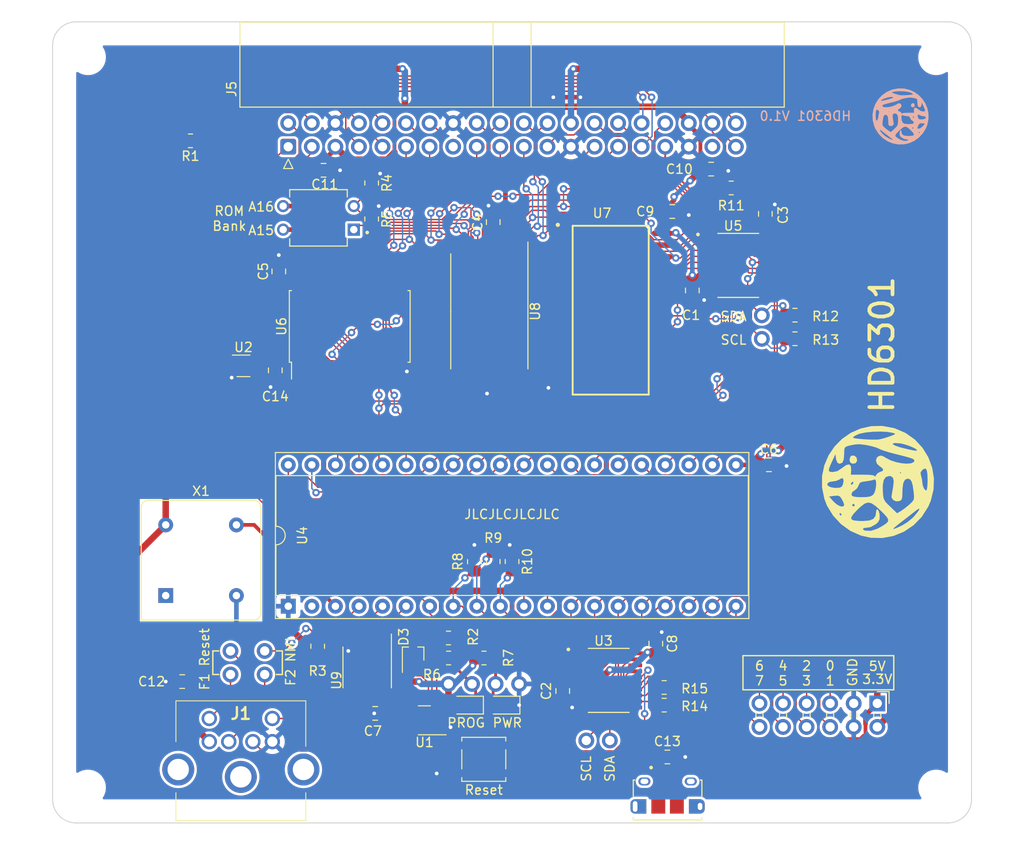
<source format=kicad_pcb>
(kicad_pcb (version 20221018) (generator pcbnew)
  (layers (0 "F.Cu" signal) (31 "B.Cu" signal) (34 "B.Paste" user) (35 "F.Paste" user) (36 "B.SilkS" user "B.Silkscreen") (37 "F.SilkS" user "F.Silkscreen") (38 "B.Mask" user) (39 "F.Mask" user) (44 "Edge.Cuts" user))
  (net 0 "")
  (net 1 "GND")
  (net 2 "+5V")
  (net 3 "/~{IRQ_B}")
  (net 4 "/D0")
  (net 5 "/D1")
  (net 6 "/D2")
  (net 7 "/D3")
  (net 8 "/D4")
  (net 9 "/D5")
  (net 10 "/D6")
  (net 11 "/D7")
  (net 12 "/A0")
  (net 13 "/A1")
  (net 14 "/A2")
  (net 15 "/A3")
  (net 16 "/A4")
  (net 17 "/A5")
  (net 18 "/A6")
  (net 19 "/A7")
  (net 20 "/A8")
  (net 21 "/A9")
  (net 22 "/A10")
  (net 23 "/A11")
  (net 24 "/A12")
  (net 25 "/A13")
  (net 26 "/A14")
  (net 27 "/A15")
  (net 28 "/RX")
  (net 29 "/TX")
  (net 30 "/E")
  (net 31 "/AS")
  (net 32 "/R{slash}~{W}")
  (net 33 "/~{STBY}")
  (net 34 "/~{RESET_B}")
  (net 35 "Net-(D1-K)")
  (net 36 "/P22")
  (net 37 "/P20")
  (net 38 "/P21")
  (net 39 "+3.3V")
  (net 40 "/P10")
  (net 41 "/P11")
  (net 42 "/P12")
  (net 43 "/P13")
  (net 44 "/P17")
  (net 45 "/P16")
  (net 46 "/P15")
  (net 47 "/~{RAMCS}")
  (net 48 "/~{MEMWE}")
  (net 49 "/~{MEMOE}")
  (net 50 "/~{ROMCS}")
  (net 51 "Net-(D2-A)")
  (net 52 "/P14")
  (net 53 "/DATA_K")
  (net 54 "/~{IRQ_K}")
  (net 55 "/CLK_K")
  (net 56 "/F1")
  (net 59 "Net-(J2-Pin_1)")
  (net 61 "Net-(J2-Pin_2)")
  (net 62 "Net-(J4-Pin_1)")
  (net 63 "Net-(J4-Pin_2)")
  (net 69 "Net-(D3-A)")
  (net 70 "Net-(JP2-A)")
  (net 71 "Net-(U8-A16)")
  (net 72 "Net-(U8-A15)")
  (net 73 "Net-(U1-~{RESET})")
  (net 74 "Net-(U4-~{IRQ1})")
  (net 75 "Net-(U3-O6)")
  (net 76 "Net-(U4-~{RES})")
  (net 78 "Net-(U4-EXTAL)")
  (net 86 "/LATCH_OE")
  (footprint "imported_footprints:SOP65P640X120-20N" (layer "F.Cu") (at 85.344 96.393)
    (fp_text reference "U3")
    (fp_text value "SLG46826G")
  )
  (footprint "Capacitor_SMD:C_0805_2012Metric_Pad1.18x1.45mm_HandSolder" (layer "F.Cu") (at 102.616 73.152)
    (fp_text reference "C6")
    (fp_text value "100n")
  )
  (footprint "Package_TO_SOT_SMD:SOT-323_SC-70_Handsoldering" (layer "F.Cu") (at 64.262 93.532 90)
    (fp_text reference "D3")
    (fp_text value "BAT54W")
  )
  (footprint "imported_footprints:SOP65P640X120-20N" (layer "F.Cu") (at 99.314 51.659)
    (fp_text reference "U5")
    (fp_text value "SLG46826G")
  )
  (footprint "Package_SO:TSSOP-14_4.4x5mm_P0.65mm" (layer "F.Cu") (at 59.309 94.996 -90)
    (fp_text reference "U9")
    (fp_text value "74HCS08")
  )
  (footprint "Capacitor_SMD:C_0805_2012Metric_Pad1.18x1.45mm_HandSolder" (layer "F.Cu") (at 72.898 46.99 90)
    (fp_text reference "C4")
    (fp_text value "100n")
  )
  (footprint "Connector_IDC:IDC-Header_2x20_P2.54mm_Horizontal" (layer "F.Cu") (at 50.8 38.862 90)
    (fp_text reference "J5")
    (fp_text value "8bit_thing_bus_connector")
  )
  (footprint "MountingHole:MountingHole_3.2mm_M3" (layer "F.Cu") (at 120.65 29.21)
    (fp_text reference "REF**" hide)
    (fp_text value "MountingHole_3.2mm_M3")
  )
  (footprint "Package_SO:TSOP-I-32_12.4x8mm_P0.5mm" (layer "F.Cu") (at 72.479 56.612 -90)
    (fp_text reference "U8")
    (fp_text value "SST39SF010")
  )
  (footprint "Package_TO_SOT_SMD:SOT-143_Handsoldering" (layer "F.Cu") (at 65.471 100.695 180)
    (fp_text reference "U1")
    (fp_text value "APX811-46")
  )
  (footprint "Resistor_SMD:R_0805_2012Metric_Pad1.20x1.40mm_HandSolder" (layer "F.Cu") (at 72.898 83.582 -90)
    (fp_text reference "R9")
    (fp_text value "10k")
  )
  (footprint "imported_footprints:KMDGX6SBS" (layer "F.Cu") (at 46.99 102.997 180)
    (fp_text reference "J1")
    (fp_text value "KMDGX-6S-BS" hide)
  )
  (footprint "Package_SO:SOIC-20W_7.5x12.8mm_P1.27mm" (layer "F.Cu") (at 57.428441 58.233 90)
    (fp_text reference "U6")
    (fp_text value "74HCT573")
  )
  (footprint "Button_Switch_SMD:SW_SPST_TL3305A" (layer "F.Cu") (at 71.882 104.902 180)
    (fp_text reference "SW1" hide)
    (fp_text value "Reset")
  )
  (footprint "MountingHole:MountingHole_3.2mm_M3" (layer "F.Cu") (at 29.21 107.950001)
    (fp_text reference "REF**" hide)
    (fp_text value "MountingHole_3.2mm_M3")
  )
  (footprint "imported_footprints:AMPHENOL_10118194-0001LF_MICRO_USB_improved" (layer "F.Cu") (at 91.694 109.982)
    (fp_text reference "J6" hide)
    (fp_text value "USB_B_Micro")
  )
  (footprint "Resistor_SMD:R_0805_2012Metric_Pad1.20x1.40mm_HandSolder" (layer "F.Cu") (at 59.7916 42.7736 -90)
    (fp_text reference "R4")
    (fp_text value "100k")
  )
  (footprint "Resistor_SMD:R_0805_2012Metric_Pad1.20x1.40mm_HandSolder" (layer "F.Cu") (at 68.072 91.821)
    (fp_text reference "R2")
    (fp_text value "10k")
  )
  (footprint "LED_SMD:LED_0805_2012Metric_Pad1.15x1.40mm_HandSolder" (layer "F.Cu") (at 73.914 99.06 180)
    (fp_text reference "D2" hide)
    (fp_text value "LED")
  )
  (footprint "Package_TO_SOT_SMD:SOT-353_SC-70-5_Handsoldering" (layer "F.Cu") (at 45.974 62.484)
    (fp_text reference "U2")
    (fp_text value "SN74LVC1G14DRL")
  )
  (footprint "Capacitor_SMD:C_0805_2012Metric_Pad1.18x1.45mm_HandSolder" (layer "F.Cu") (at 49.784 52.3025 90)
    (fp_text reference "C5")
    (fp_text value "100n")
  )
  (footprint "own_footprints:PinHeader_1x02_P2.54mm_Vertical_minimal" (layer "F.Cu") (at 82.931 102.87 90)
    (fp_text reference "J2" hide)
    (fp_text value "ps2_i2c")
  )
  (footprint "Resistor_SMD:R_0805_2012Metric_Pad1.20x1.40mm_HandSolder" (layer "F.Cu") (at 105.426 57.023)
    (fp_text reference "R12")
    (fp_text value "10k")
  )
  (footprint "own_footprints:PinHeader_1x02_P2.54mm_Vertical_minimal" (layer "F.Cu") (at 44.577 93.218)
    (fp_text reference "JP1" hide)
    (fp_text value "F1_reset")
  )
  (footprint "Capacitor_SMD:C_0805_2012Metric_Pad1.18x1.45mm_HandSolder" (layer "F.Cu") (at 60.1765 99.949 180)
    (fp_text reference "C7")
    (fp_text value "100n")
  )
  (footprint "imported_footprints:SW_DS04-254-1L-02BK" (layer "F.Cu") (at 54.06 46.53 180)
    (fp_text reference "SW2" hide)
    (fp_text value "Banking")
  )
  (footprint "Capacitor_SMD:C_0805_2012Metric_Pad1.18x1.45mm_HandSolder" (layer "F.Cu") (at 54.61 41.402 180)
    (fp_text reference "C11")
    (fp_text value "4.7u")
  )
  (footprint "Resistor_SMD:R_0805_2012Metric_Pad1.20x1.40mm_HandSolder" (layer "F.Cu") (at 40.259 38.227 180)
    (fp_text reference "R1")
    (fp_text value "3.3k")
  )
  (footprint "Capacitor_SMD:C_0805_2012Metric_Pad1.18x1.45mm_HandSolder" (layer "F.Cu") (at 39.37 96.52)
    (fp_text reference "C12")
    (fp_text value "4.7u")
  )
  (footprint "Oscillator:Oscillator_DIP-8" (layer "F.Cu") (at 37.592 87.249)
    (fp_text reference "X1")
    (fp_text value "CXO_DIP8")
  )
  (footprint "Capacitor_SMD:C_0805_2012Metric_Pad1.18x1.45mm_HandSolder" (layer "F.Cu") (at 92.202 45.847)
    (fp_text reference "C9")
    (fp_text value "100n")
  )
  (footprint "Package_DIP:DIP-40_W15.24mm_Socket" (layer "F.Cu") (at 50.805 88.397 90)
    (fp_text reference "U4")
    (fp_text value "HD6301V1")
  )
  (footprint "MountingHole:MountingHole_3.2mm_M3" (layer "F.Cu") (at 120.65 107.950001)
    (fp_text reference "REF**" hide)
    (fp_text value "MountingHole_3.2mm_M3")
  )
  (footprint "own_footprints:PinHeader_1x02_P2.54mm_Vertical_minimal" (layer "F.Cu") (at 73.152 96.774 90)
    (fp_text reference "J8" hide)
    (fp_text value "pwr_LED")
  )
  (footprint "Resistor_SMD:R_0805_2012Metric_Pad1.20x1.40mm_HandSolder" (layer "F.Cu") (at 71.898 93.98 180)
    (fp_text reference "R7")
    (fp_text value "10k")
  )
  (footprint "Capacitor_SMD:C_0805_2012Metric_Pad1.18x1.45mm_HandSolder" (layer "F.Cu") (at 96.393 41.275)
    (fp_text reference "C10")
    (fp_text value "4.7u")
  )
  (footprint "Resistor_SMD:R_0805_2012Metric_Pad1.20x1.40mm_HandSolder" (layer "F.Cu") (at 59.7916 46.6504 -90)
    (fp_text reference "R5")
    (fp_text value "100k")
  )
  (footprint "Capacitor_SMD:C_0805_2012Metric_Pad1.18x1.45mm_HandSolder" (layer "F.Cu") (at 102.235 46.101 90)
    (fp_text reference "C3")
    (fp_text value "100n")
  )
  (footprint "Resistor_SMD:R_0805_2012Metric_Pad1.20x1.40mm_HandSolder" (layer "F.Cu") (at 68.088 93.98)
    (fp_text reference "R6")
    (fp_text value "3.3k")
  )
  (footprint "own_footprints:PinHeader_1x02_P2.54mm_Vertical_minimal" (layer "F.Cu") (at 68.072 96.774 90)
    (fp_text reference "J7" hide)
    (fp_text value "prog_LED")
  )
  (footprint "Capacitor_SMD:C_0805_2012Metric_Pad1.18x1.45mm_HandSolder" (layer "F.Cu") (at 49.403 62.9705 -90)
    (fp_text reference "C14")
    (fp_text value "100n")
  )
  (footprint "Resistor_SMD:R_0805_2012Metric_Pad1.20x1.40mm_HandSolder" (layer "F.Cu") (at 53.975 92.71 -90)
    (fp_text reference "R3")
    (fp_text value "10k")
  )
  (footprint "LED_SMD:LED_0805_2012Metric_Pad1.15x1.40mm_HandSolder" (layer "F.Cu") (at 69.977 99.06 180)
    (fp_text reference "D1" hide)
    (fp_text value "LED")
  )
  (footprint "Resistor_SMD:R_0805_2012Metric_Pad1.20x1.40mm_HandSolder" (layer "F.Cu") (at 91.329 99.06 180)
    (fp_text reference "R14")
    (fp_text value "10k")
  )
  (footprint "MountingHole:MountingHole_3.2mm_M3" (layer "F.Cu") (at 29.21 29.21)
    (fp_text reference "REF**" hide)
    (fp_text value "MountingHole_3.2mm_M3")
  )
  (footprint "Capacitor_SMD:C_0805_2012Metric_Pad1.18x1.45mm_HandSolder" (layer "F.Cu") (at 90.424 92.4345 90)
    (fp_text reference "C8")
    (fp_text value "100n")
  )
  (footprint "Resistor_SMD:R_0805_2012Metric_Pad1.20x1.40mm_HandSolder" (layer "F.Cu") (at 70.866 83.598 -90)
    (fp_text reference "R8")
    (fp_text value "10k")
  )
  (footprint "own_footprints:smyrill_logo" (layer "F.Cu") (at 114.3 74.93)
    (fp_text reference "G***" hide)
    (fp_text value "LOGO" hide)
  )
  (footprint "own_footprints:PinHeader_1x02_P2.54mm_Vertical_minimal" (layer "F.Cu") (at 101.854 59.576 180)
    (fp_text reference "J4" hide)
    (fp_text value "memmap_i2c")
  )
  (footprint "imported_footprints:SOIC127P1210X305-28N" (layer "F.Cu") (at 85.56 56.485)
    (fp_text reference "U7")
    (fp_text value "IS62C256AL")
  )
  (footprint "Capacitor_SMD:C_0805_2012Metric_Pad1.18x1.45mm_HandSolder" (layer "F.Cu") (at 80.391 97.536 -90)
    (fp_text reference "C2")
    (fp_text value "100n")
  )
  (footprint "Capacitor_SMD:C_0805_2012Metric_Pad1.18x1.45mm_HandSolder" (layer "F.Cu") (at 91.6725 104.648)
    (fp_text reference "C13")
    (fp_text value "4.7u")
  )
  (footprint "Capacitor_SMD:C_0805_2012Metric_Pad1.18x1.45mm_HandSolder" (layer "F.Cu") (at 94.361 54.356 -90)
    (fp_text reference "C1")
    (fp_text value "100n")
  )
  (footprint "own_footprints:PinHeader_2x06_P2.54mm_Horizontal_no_graphics" (layer "F.Cu") (at 114.3 98.871 -90)
    (fp_text reference "J3" hide)
    (fp_text value "P1_connector")
  )
  (footprint "Resistor_SMD:R_0805_2012Metric_Pad1.20x1.40mm_HandSolder" (layer "F.Cu") (at 98.552 43.307)
    (fp_text reference "R11")
    (fp_text value "10k")
  )
  (footprint "Resistor_SMD:R_0805_2012Metric_Pad1.20x1.40mm_HandSolder" (layer "F.Cu") (at 91.329 97.155 180)
    (fp_text reference "R15")
    (fp_text value "10k")
  )
  (footprint "Resistor_SMD:R_0805_2012Metric_Pad1.20x1.40mm_HandSolder" (layer "F.Cu") (at 105.426 59.563)
    (fp_text reference "R13")
    (fp_text value "10k")
  )
  (footprint "Resistor_SMD:R_0805_2012Metric_Pad1.20x1.40mm_HandSolder" (layer "F.Cu") (at 74.93 83.582 -90)
    (fp_text reference "R10")
    (fp_text value "10k")
  )
  (footprint "own_footprints:PinHeader_1x02_P2.54mm_Vertical_minimal" (layer "F.Cu") (at 48.26 93.218)
    (fp_text reference "JP2" hide)
    (fp_text value "F2_nmi")
  )
  (footprint "own_footprints:smyrill_logo_small" (layer "B.Cu") (at 116.84 35.56 180)
    (fp_text reference "G***" hide)
    (fp_text value "LOGO" hide)
  )
  (gr_line (start 43.307 93.218) (end 42.672 93.218) (stroke (width 0.15)) (layer "F.SilkS"))
  (gr_line (start 42.672 95.758) (end 43.307 95.758) (stroke (width 0.15)) (layer "F.SilkS"))
  (gr_line (start 50.165 93.218) (end 49.53 93.218) (stroke (width 0.15)) (layer "F.SilkS"))
  (gr_line (start 42.672 93.218) (end 42.672 95.758) (stroke (width 0.15)) (layer "F.SilkS"))
  (gr_line (start 50.165 95.758) (end 50.165 93.218) (stroke (width 0.15)) (layer "F.SilkS"))
  (gr_rect (start 99.822 93.726) (end 116.078 97.409) (stroke (width 0.15)) (fill none) (layer "F.SilkS"))
  (gr_line (start 49.53 95.758) (end 50.165 95.758) (stroke (width 0.15)) (layer "F.SilkS"))
  (gr_line (start 27.94 25.4) (end 121.92 25.4) (stroke (width 0.1)) (layer "Edge.Cuts"))
  (gr_line (start 25.4 109.22) (end 25.4 27.94) (stroke (width 0.1)) (layer "Edge.Cuts"))
  (gr_arc (start 25.4 27.94) (mid 26.143949 26.143949) (end 27.94 25.4) (stroke (width 0.1)) (layer "Edge.Cuts"))
  (gr_arc (start 27.94 111.76) (mid 26.143949 111.016051) (end 25.4 109.22) (stroke (width 0.1)) (layer "Edge.Cuts"))
  (gr_arc (start 121.92 25.4) (mid 123.716051 26.143949) (end 124.46 27.94) (stroke (width 0.1)) (layer "Edge.Cuts"))
  (gr_line (start 27.94 111.76) (end 121.92 111.76) (stroke (width 0.1)) (layer "Edge.Cuts"))
  (gr_arc (start 124.46 109.22) (mid 123.716052 111.016052) (end 121.92 111.76) (stroke (width 0.1)) (layer "Edge.Cuts"))
  (gr_line (start 124.46 109.22) (end 124.46 27.94) (stroke (width 0.1)) (layer "Edge.Cuts"))
  (gr_text "HD6301 V1.0" (at 106.553 35.56) (layer "B.SilkS") (effects (font (size 1 1)) (justify mirror)))
  (gr_text "GND" (at 111.633 95.504 90) (layer "F.SilkS") (effects (font (size 1 1))))
  (gr_text "3.3V" (at 114.3 96.266) (layer "F.SilkS") (effects (font (size 1 1))))
  (gr_text "F1 Reset" (at 41.783 94.107 90) (layer "F.SilkS") (effects (font (size 1 1))))
  (gr_text "6\n7" (at 101.6 95.631) (layer "F.SilkS") (effects (font (size 1 1))))
  (gr_text "5V" (at 114.3 94.869) (layer "F.SilkS") (effects (font (size 1 1))))
  (gr_text "ROM\nBank" (at 44.45 46.609) (layer "F.SilkS") (effects (font (size 1 1))))
  (gr_text "SDA" (at 85.471 105.918 90) (layer "F.SilkS") (effects (font (size 1 1))))
  (gr_text "PROG" (at 69.977 100.965) (layer "F.SilkS") (effects (font (size 1 1))))
  (gr_text "SCL" (at 82.931 105.918 90) (layer "F.SilkS") (effects (font (size 1 1))))
  (gr_text "JLCJLCJLCJLC" (at 74.93 78.486) (layer "F.SilkS") (effects (font (size 1 1))))
  (gr_text "HD6301" (at 114.808 60.198 90) (layer "F.SilkS") (effects (font (size 2.5 2.5) (thickness 0.4))))
  (gr_text "A15" (at 47.879 47.879) (layer "F.SilkS") (effects (font (size 1 1))))
  (gr_text "SDA" (at 98.806 57.15) (layer "F.SilkS") (effects (font (size 1 1))))
  (gr_text "F2 NMI" (at 51.054 94.361 90) (layer "F.SilkS") (effects (font (size 1 1))))
  (gr_text "Reset" (at 71.882 108.204) (layer "F.SilkS") (effects (font (size 1 1))))
  (gr_text "0\n1" (at 109.22 95.631) (layer "F.SilkS") (effects (font (size 1 1))))
  (gr_text "PWR" (at 74.422 100.965) (layer "F.SilkS") (effects (font (size 1 1))))
  (gr_text "SCL" (at 98.806 59.69) (layer "F.SilkS") (effects (font (size 1 1))))
  (gr_text "4\n5" (at 104.14 95.631) (layer "F.SilkS") (effects (font (size 1 1))))
  (gr_text "A16" (at 47.879 45.339) (layer "F.SilkS") (effects (font (size 1 1))))
  (gr_text "2\n3" (at 106.68 95.631) (layer "F.SilkS") (effects (font (size 1 1))))
  (segment (start 60.69 41.7736) (end 60.706 41.7576) (width 0.5) (layer "F.Cu") (net 1))
  (segment (start 74.93 82.582) (end 74.93 82.042) (width 0.5) (layer "F.Cu") (net 1))
  (segment (start 63.383 62.883) (end 63.589 63.089) (width 0.5) (layer "F.Cu") (net 1))
  (segment (start 82.479 99.318) (end 82.475 99.314) (width 0.5) (layer "F.Cu") (net 1))
  (segment (start 44.644 63.694) (end 44.704 63.754) (width 0.5) (layer "F.Cu") (net 1))
  (segment (start 49.784 51.265) (end 49.784 50.546) (width 0.5) (layer "F.Cu") (net 1))
  (segment (start 59.944 98.12775) (end 59.944 99.144) (width 0.15) (layer "F.Cu") (net 1))
  (segment (start 103.251 45.085) (end 102.2565 45.085) (width 0.5) (layer "F.Cu") (net 1))
  (segment (start 66.971 101.445) (end 68.297998 101.445) (width 0.5) (layer "F.Cu") (net 1))
  (segment (start 38.5865 96.52) (end 37.592 96.52) (width 0.5) (layer "F.Cu") (net 1))
  (segment (start 78.932888 64.77) (end 78.846388 64.8565) (width 0.5) (layer "F.Cu") (net 1))
  (segment (start 80.518 98.5735) (end 81.2625 99.318) (width 0.5) (layer "F.Cu") (net 1))
  (segment (start 104.46 73.34) (end 104.521 73.279) (width 0.5) (layer "F.Cu") (net 1))
  (segment (start 94.361 55.3935) (end 95.6395 55.3935) (width 0.5) (layer "F.Cu") (net 1))
  (segment (start 72.229 65.4695) (end 72.229 63.847) (width 0.3) (layer "F.Cu") (net 1))
  (segment (start 81.2625 99.318) (end 82.479 99.318) (width 0.5) (layer "F.Cu") (net 1))
  (segment (start 82.475 99.314) (end 81.407 99.314) (width 0.5) (layer "F.Cu") (net 1))
  (segment (start 59.944 99.144) (end 59.139 99.949) (width 0.15) (layer "F.Cu") (net 1))
  (segment (start 63.143441 62.883) (end 63.383 62.883) (width 0.5) (layer "F.Cu") (net 1))
  (segment (start 72.39 45.4445) (end 72.39 45.212) (width 0.5) (layer "F.Cu") (net 1))
  (segment (start 49.403 64.262) (end 48.895 64.77) (width 0.5) (layer "F.Cu") (net 1))
  (segment (start 59.7916 41.7736) (end 60.69 41.7736) (width 0.5) (layer "F.Cu") (net 1))
  (segment (start 74.93 82.042) (end 74.676 81.788) (width 0.5) (layer "F.Cu") (net 1))
  (segment (start 55.5205 41.402) (end 56.388 41.402) (width 0.5) (layer "F.Cu") (net 1))
  (segment (start 74.939 99.06) (end 75.692 99.06) (width 0.5) (layer "F.Cu") (net 1))
  (segment (start 72.898 45.9525) (end 72.39 45.4445) (width 0.5) (layer "F.Cu") (net 1))
  (segment (start 57.359 92.1335) (end 57.359 93.136) (width 0.5) (layer "F.Cu") (net 1))
  (segment (start 80.01 64.77) (end 78.932888 64.77) (width 0.5) (layer "F.Cu") (net 1))
  (segment (start 93.599 45.847) (end 93.98 46.228) (width 0.5) (layer "F.Cu") (net 1))
  (segment (start 98.049822 41.275) (end 98.237411 41.462589) (width 0.5) (layer "F.Cu") (net 1))
  (segment (start 58.659 97.8585) (end 58.659 99.469) (width 0.15) (layer "F.Cu") (net 1))
  (segment (start 68.282 106.402) (end 66.826 106.402) (width 0.5) (layer "F.Cu") (net 1))
  (segment (start 59.139 99.949) (end 60.071 99.949) (width 0.5) (layer "F.Cu") (net 1))
  (segment (start 68.282 106.402) (end 75.482 106.402) (width 0.5) (layer "F.Cu") (net 1))
  (segment (start 57.359 93.136) (end 57.277 93.218) (width 0.5) (layer "F.Cu") (net 1))
  (segment (start 82.296 33.528) (end 79.375 33.528) (width 0.5) (layer "F.Cu") (net 1))
  (segment (start 90.848 91.397) (end 91.059 91.186) (width 0.5) (layer "F.Cu") (net 1))
  (segment (start 97.4305 41.275) (end 98.049822 41.275) (width 0.5) (layer "F.Cu") (net 1))
  (segment (start 58.659 99.469) (end 59.139 99.949) (width 0.15) (layer "F.Cu") (net 1))
  (segment (start 92.71 104.648) (end 93.599 104.648) (width 0.4) (layer "F.Cu") (net 1))
  (segment (start 92.994 106.9375) (end 92.994 104.932) (width 0.4) (layer "F.Cu") (net 1))
  (segment (start 59.959 97.8585) (end 60.609 97.8585) (width 0.15) (layer "F.Cu") (net 1))
  (segment (start 72.229 65.4695) (end 72.228999 65.469499) (width 0.5) (layer "F.Cu") (net 1))
  (segment (start 103.8415 73.34) (end 104.46 73.34) (width 0.5) (layer "F.Cu") (net 1))
  (segment (start 93.2395 45.847) (end 93.599 45.847) (width 0.5) (layer "F.Cu") (net 1))
  (segment (start 66.826 106.402) (end 66.802 106.426) (width 0.5) (layer "F.Cu") (net 1))
  (segment (start 60.166 45.6504) (end 60.5536 45.2628) (width 0.5) (layer "F.Cu") (net 1))
  (segment (start 44.644 63.134) (end 44.644 63.694) (width 0.2) (layer "F.Cu") (net 1))
  (segment (start 70.866 82.598) (end 70.866 81.788) (width 0.5) (layer "F.Cu") (net 1))
  (segment (start 96.449 54.584) (end 95.6395 55.3935) (width 0.4) (layer "F.Cu") (net 1))
  (segment (start 58.009 97.8585) (end 58.659 97.8585) (width 0.15) (layer "F.Cu") (net 1))
  (segment (start 68.297998 101.445) (end 68.297999 101.444999) (width 0.5) (layer "F.Cu") (net 1))
  (via (at 48.895 64.77) (size 0.8) (drill 0.4) (layers "F.Cu" "B.Cu") (net 1))
  (via (at 49.784 50.546) (size 0.8) (drill 0.4) (layers "F.Cu" "B.Cu") (net 1))
  (via (at 98.237411 41.462589) (size 0.8) (drill 0.4) (layers "F.Cu" "B.Cu") (net 1))
  (via (at 104.521 73.279) (size 0.8) (drill 0.4) (layers "F.Cu" "B.Cu") (net 1))
  (via (at 103.251 45.085) (size 0.8) (drill 0.4) (layers "F.Cu" "B.Cu") (net 1))
  (via (at 74.676 81.788) (size 0.8) (drill 0.4) (layers "F.Cu" "B.Cu") (net 1))
  (via (at 72.39 45.212) (size 0.8) (drill 0.4) (layers "F.Cu" "B.Cu") (net 1))
  (via (at 60.5536 45.2628) (size 0.8) (drill 0.4) (layers "F.Cu" "B.Cu") (net 1))
  (via (at 75.692 99.06) (size 0.8) (drill 0.4) (layers "F.Cu" "B.Cu") (net 1))
  (via (at 82.296 33.528) (size 0.8) (drill 0.4) (layers "F.Cu" "B.Cu") (net 1))
  (via (at 60.706 41.7576) (size 0.8) (drill 0.4) (layers "F.Cu" "B.Cu") (net 1))
  (via (at 44.704 63.754) (size 0.8) (drill 0.4) (layers "F.Cu" "B.Cu") (net 1))
  (via (at 93.599 104.648) (size 0.8) (drill 0.4) (layers "F.Cu" "B.Cu") (net 1))
  (via (at 72.228999 65.469499) (size 0.8) (drill 0.4) (layers "F.Cu" "B.Cu") (net 1))
  (via (at 78.846388 64.8565) (size 0.8) (drill 0.4) (layers "F.Cu" "B.Cu") (net 1))
  (via (at 93.98 46.228) (size 0.8) (drill 0.4) (layers "F.Cu" "B.Cu") (net 1))
  (via (at 68.297999 101.444999) (size 0.8) (drill 0.4) (layers "F.Cu" "B.Cu") (net 1))
  (via (at 91.059 91.186) (size 0.8) (drill 0.4) (layers "F.Cu" "B.Cu") (net 1))
  (via (at 56.388 41.402) (size 0.8) (drill 0.4) (layers "F.Cu" "B.Cu") (net 1))
  (via (at 60.071 99.949) (size 0.8) (drill 0.4) (layers "F.Cu" "B.Cu") (net 1))
  (via (at 79.375 33.528) (size 0.8) (drill 0.4) (layers "F.Cu" "B.Cu") (net 1))
  (via (at 57.277 93.218) (size 0.8) (drill 0.4) (layers "F.Cu" "B.Cu") (net 1))
  (via (at 66.802 106.426) (size 0.8) (drill 0.4) (layers "F.Cu" "B.Cu") (net 1))
  (via (at 70.866 81.788) (size 0.8) (drill 0.4) (layers "F.Cu" "B.Cu") (net 1))
  (via (at 37.592 96.52) (size 0.8) (drill 0.4) (layers "F.Cu" "B.Cu") (net 1))
  (via (at 63.589 63.089) (size 0.8) (drill 0.4) (layers "F.Cu" "B.Cu") (net 1))
  (via (at 81.407 99.314) (size 0.8) (drill 0.4) (layers "F.Cu" "B.Cu") (net 1))
  (via (at 95.6395 55.3935) (size 0.8) (drill 0.4) (layers "F.Cu" "B.Cu") (net 1))
  (segment (start 45.212 87.249) (end 45.212 90.17) (width 0.5) (layer "B.Cu") (net 1))
  (segment (start 92.3925 44.2595) (end 92.3925 44.619) (width 0.5) (layer "F.Cu") (net 2))
  (segment (start 68.199 86.741) (end 72.898 86.741) (width 0.7) (layer "F.Cu") (net 2))
  (segment (start 80.035 87.605) (end 80.035 88.875) (width 0.5) (layer "F.Cu") (net 2))
  (segment (start 55.88 38.862) (end 57.28 40.262) (width 0.7) (layer "F.Cu") (net 2))
  (segment (start 105.664 69.596) (end 105.791 69.469) (width 0.7) (layer "F.Cu") (net 2))
  (segment (start 63.365734 34.544) (end 63.115367 34.794367) (width 0.7) (layer "F.Cu") (net 2))
  (segment (start 42.29 102.997) (end 40.767 101.474) (width 0.7) (layer "F.Cu") (net 2))
  (segment (start 101.058 77.944) (end 101.092 77.978) (width 0.7) (layer "F.Cu") (net 2))
  (segment (start 68.072 98.18) (end 68.952 99.06) (width 0.7) (layer "F.Cu") (net 2))
  (segment (start 92.202 95.25) (end 90.423999 93.471999) (width 0.7) (layer "F.Cu") (net 2))
  (segment (start 47.304 61.834) (end 49.304 61.834) (width 0.2) (layer "F.Cu") (net 2))
  (segment (start 74.916998 34.544) (end 74.916998 39.336998) (width 0.4) (layer "F.Cu") (net 2))
  (segment (start 106.156 57.023) (end 106.156 59.563) (width 0.7) (layer "F.Cu") (net 2))
  (segment (start 101.092 77.978) (end 101.219 77.978) (width 0.7) (layer "F.Cu") (net 2))
  (segment (start 104.902 70.358) (end 105.791 69.469) (width 0.7) (layer "F.Cu") (net 2))
  (segment (start 95.23 38.199733) (end 95.23 41.422) (width 0.4) (layer "F.Cu") (net 2))
  (segment (start 67.295 89.154) (end 68.6385 90.4975) (width 0.7) (layer "F.Cu") (net 2))
  (segment (start 90.394 104.678) (end 90.394 105.38) (width 0.7) (layer "F.Cu") (net 2))
  (segment (start 53.5725 41.402) (end 53.1955 41.402) (width 0.5) (layer "F.Cu") (net 2))
  (segment (start 106.172 57.007) (end 106.156 57.023) (width 0.7) (layer "F.Cu") (net 2))
  (segment (start 33.782 90.932) (end 41.021 90.932) (width 0.7) (layer "F.Cu") (net 2))
  (segment (start 77.343 34.544) (end 74.916998 34.544) (width 0.7) (layer "F.Cu") (net 2))
  (segment (start 102.235 47.1385) (end 102.235 48.678) (width 0.5) (layer "F.Cu") (net 2))
  (segment (start 74.213009 40.213991) (end 74.213009 46.563991) (width 0.5) (layer "F.Cu") (net 2))
  (segment (start 49.7675 53.31) (end 51.440441 53.31) (width 0.5) (layer "F.Cu") (net 2))
  (segment (start 80.391 96.4985) (end 80.391 91.313) (width 0.7) (layer "F.Cu") (net 2))
  (segment (start 99.065 73.157) (end 101.5735 73.157) (width 0.5) (layer "F.Cu") (net 2))
  (segment (start 61.465 40.262) (end 62.25 39.477) (width 0.7) (layer "F.Cu") (net 2))
  (segment (start 93.98 36.1775) (end 92.357 34.5545) (width 0.7) (layer "F.Cu") (net 2))
  (segment (start 100.8465 47.117) (end 102.2135 47.117) (width 0.7) (layer "F.Cu") (net 2))
  (segment (start 63.627 96.52) (end 64.897 96.52) (width 0.7) (layer "F.Cu") (net 2))
  (segment (start 92.202 102.87) (end 90.805 104.267) (width 0.7) (layer "F.Cu") (net 2))
  (segment (start 95.3555 41.626) (end 100.8465 47.117) (width 0.7) (layer "F.Cu") (net 2))
  (segment (start 81.2605 97.368) (end 80.391 96.4985) (width 0.5) (layer "F.Cu") (net 2))
  (segment (start 40.767 91.186) (end 41.021 90.932) (width 0.7) (layer "F.Cu") (net 2))
  (segment (start 85.471 95.25) (end 83.947 96.774) (width 0.7) (layer "F.Cu") (net 2))
  (segment (start 64.897 96.52) (end 64.897 96.519998) (width 0.5) (layer "F.Cu") (net 2))
  (segment (start 51.440441 53.31) (end 51.713441 53.583) (width 0.5) (layer "F.Cu") (net 2))
  (segment (start 77.343 34.544) (end 63.365734 34.544) (width 0.7) (layer "F.Cu") (net 2))
  (segment (start 57.28 40.262) (end 61.465 40.262) (width 0.7) (layer "F.Cu") (net 2))
  (segment (start 96.647 82.169) (end 85.471 82.169) (width 0.7) (layer "F.Cu") (net 2))
  (segment (start 61.259 97.8585) (end 61.259 99.904) (width 0.5) (layer "F.Cu") (net 2))
  (segment (start 74.213009 46.563991) (end 72.898 47.879) (width 0.5) (layer "F.Cu") (net 2))
  (segment (start 105.664 73.533) (end 105.664 69.596) (width 0.7) (layer "F.Cu") (net 2))
  (segment (start 44.577 37.719) (end 49.022 33.274) (width 0.2) (layer "F.Cu") (net 2))
  (segment (start 75.956233 89.916) (end 74.93 88.889767) (width 0.5) (layer "F.Cu") (net 2))
  (segment (start 92.202 95.25) (end 92.202 97.139) (width 0.7) (layer "F.Cu") (net 2))
  (segment (start 91.1645 45.847) (end 91.1645 48.1455) (width 0.5) (layer "F.Cu") (net 2))
  (segment (start 51.713441 53.583) (end 51.713441 47.786559) (width 0.5) (layer "F.Cu") (net 2))
  (segment (start 41.021 90.932) (end 51.181 90.932) (width 0.7) (layer "F.Cu") (net 2))
  (segment (start 74.93 88.889767) (end 74.93 87.63) (width 0.5) (layer "F.Cu") (net 2))
  (segment (start 91.1645 48.1455) (end 91.11 48.2) (width 0.5) (layer "F.Cu") (net 2))
  (segment (start 92.516 48.2) (end 92.583 48.133) (width 0.5) (layer "F.Cu") (net 2))
  (segment (start 101.473 72.263) (end 101.748 71.988) (width 0.7) (layer "F.Cu") (net 2))
  (segment (start 51.7 47.8) (end 51.713441 47.786559) (width 0.5) (layer "F.Cu") (net 2))
  (segment (start 101.346 82.423) (end 114.3 95.377) (width 0.7) (layer "F.Cu") (net 2))
  (segment (start 68.6385 91.2605) (end 70.898 93.52) (width 0.7) (layer "F.Cu") (net 2))
  (segment (start 63.373 34.536734) (end 63.115367 34.794367) (width 0.7) (layer "F.Cu") (net 2))
  (segment (start 33.782 83.439) (end 33.782 90.932) (width 0.7) (layer "F.Cu") (net 2))
  (segment (start 47.304 61.02) (end 44.577 58.293) (width 0.2) (layer "F.Cu") (net 2))
  (segment (start 95.23 37.76) (end 95.23 38.199733) (width 0.5) (layer "F.Cu") (net 2))
  (segment (start 62.25 39.477) (end 62.25 35.659734) (width 0.4) (layer "F.Cu") (net 2))
  (segment (start 49.022 33.274) (end 61.595 33.274) (width 0.2) (layer "F.Cu") (net 2))
  (segment (start 70.898 93.98) (end 70.898 94.583) (width 0.5) (layer "F.Cu") (net 2))
  (segment (start 114.3 98.871) (end 113.03 100.141) (width 0.5) (layer "F.Cu") (net 2))
  (segment (start 74.041 86.741) (end 74.93 87.63) (width 0.7) (layer "F.Cu") (net 2))
  (segment (start 37.592 39.497) (end 39.9415 37.1475) (width 0.7) (layer "F.Cu") (net 2))
  (segment (start 101.346 78.046) (end 101.346 82.423) (width 0.7) (layer "F.Cu") (net 2))
  (segment (start 82.479 97.368) (end 81.2605 97.368) (width 0.5) (layer "F.Cu") (net 2))
  (segment (start 50.25 45.26) (end 51.536882 45.26) (width 0.5) (layer "F.Cu") (net 2))
  (segment (start 105.791 69.469) (end 106.156 69.104) (width 0.7) (layer "F.Cu") (net 2))
  (segment (start 77.3535 34.5545) (end 77.343 34.544) (width 0.7) (layer "F.Cu") (net 2))
  (segment (start 37.592 79.629) (end 37.592 39.497) (width 0.7) (layer "F.Cu") (net 2))
  (segment (start 106.156 69.104) (end 104.902 70.358) (width 0.7) (layer "F.Cu") (net 2))
  (segment (start 101.058 77.758) (end 96.647 82.169) (width 0.7) (layer "F.Cu") (net 2))
  (segment (start 101.219 77.978) (end 105.664 73.533) (width 0.7) (layer "F.Cu") (net 2))
  (segment (start 101.473 73.0465) (end 101.473 72.263) (width 0.7) (layer "F.Cu") (net 2))
  (segment (start 75.956233 89.916) (end 78.994 89.916) (width 0.7) (layer "F.Cu") (net 2))
  (segment (start 68.072 96.774) (end 68.072 98.18) (width 0.7) (layer "F.Cu") (net 2))
  (segment (start 61.214 96.52) (end 63.627 96.52) (width 0.7) (layer "F.Cu") (net 2))
  (segment (start 91.11 48.2) (end 92.516 48.2) (width 0.5) (layer "F.Cu") (net 2))
  (segment (start 95.23 41.422) (end 94.117138 42.534862) (width 0.7) (layer "F.Cu") (net 2))
  (segment (start 61.259 97.8585) (end 61.259 96.565) (width 0.5) (layer "F.Cu") (net 2))
  (segment (start 92.3925 44.619) (end 91.1645 45.847) (width 0.5) (layer "F.Cu") (net 2))
  (segment (start 113.03 101.092) (end 113.03 102.362) (width 0.4) (layer "F.Cu") (net 2))
  (segment (start 74.213009 40.213991) (end 74.93 39.497) (width 0.5) (layer "F.Cu") (net 2))
  (segment (start 80.035 88.875) (end 78.994 89.916) (width 0.5) (layer "F.Cu") (net 2))
  (segment (start 101.058 77.758) (end 101.346 78.046) (width 0.7) (layer "F.Cu") (net 2))
  (segment (start 112.522 102.87) (end 112.903 102.489) (width 0.7) (layer "F.Cu") (net 2))
  (segment (start 37.592 79.629) (end 33.782 83.439) (width 0.7) (layer "F.Cu") (net 2))
  (segment (start 68.6385 90.4975) (end 68.6385 91.2605) (width 0.7) (layer "F.Cu") (net 2))
  (segment (start 62.91 101.645) (end 64.471 101.645) (width 0.5) (layer "F.Cu") (net 2))
  (segment (start 90.805 104.267) (end 90.394 104.678) (width 0.7) (layer "F.Cu") (net 2))
  (segment (start 51.713441 42.884059) (end 51.713441 45.083441) (width 0.5) (layer "F.Cu") (net 2))
  (segment (start 40.767 101.474) (end 40.767 91.186) (width 0.7) (layer "F.Cu") (net 2))
  (segment (start 53.1955 41.402) (end 51.713441 42.884059) (width 0.5) (layer "F.Cu") (net 2))
  (segment (start 103.632 71.628) (end 104.902 70.358) (width 0.7) (layer "F.Cu") (net 2))
  (segment (start 95.045503 52.634) (end 94.361001 53.318502) (width 0.4) (layer "F.Cu") (net 2))
  (segment (start 46.6235 30.4655) (end 63.119 30.4655) (width 0.7) (layer "F.Cu") (net 2))
  (segment (start 62.25 35.659734) (end 63.115368 34.794366) (width 0.4) (layer "F.Cu") (net 2))
  (segment (start 114.3 95.377) (end 114.3 98.871) (width 0.7) (layer "F.Cu") (net 2))
  (segment (start 40.021 37.068) (end 40.5765 36.5125) (width 0.5) (layer "F.Cu") (net 2))
  (segment (start 92.202 102.87) (end 112.522 102.87) (width 0.7) (layer "F.Cu") (net 2))
  (segment (start 80.391 91.313) (end 78.994 89.916) (width 0.7) (layer "F.Cu") (net 2))
  (segment (start 92.357 34.5545) (end 77.3535 34.5545) (width 0.7) (layer "F.Cu") (net 2))
  (segment (start 85.471 82.169) (end 80.035 87.605) (width 0.7) (layer "F.Cu") (net 2))
  (segment (start 40.5765 36.5125) (end 46.6235 30.4655) (width 0.7) (layer "F.Cu") (net 2))
  (segment (start 72.898 86.741) (end 74.041 86.741) (width 0.7) (layer "F.Cu") (net 2))
  (segment (start 39.9415 37.1475) (end 40.5765 36.5125) (width 0.7) (layer "F.Cu") (net 2))
  (segment (start 113.03 102.362) (end 112.522 102.87) (width 0.4) (layer "F.Cu") (net 2))
  (segment (start 47.304 61.834) (end 47.304 61.02) (width 0.2) (layer "F.Cu") (net 2))
  (segment (start 67.31 87.63) (end 68.199 86.741) (width 0.7) (layer "F.Cu") (net 2))
  (segment (start 106.172 51.0755) (end 106.172 57.007) (width 0.7) (layer "F.Cu") (net 2))
  (segment (start 89.535 93.3635) (end 90.04 93.3635) (width 0.5) (layer "F.Cu") (net 2))
  (segment (start 61.259 96.565) (end 61.214 96.52) (width 0.5) (layer "F.Cu") (net 2))
  (segment (start 51.536882 45.26) (end 51.713441 45.083441) (width 0.5) (layer "F.Cu") (net 2))
  (segment (start 51.713441 47.786559) (end 51.713441 45.083441) (width 0.5) (layer "F.Cu") (net 2))
  (segment (start 93.98 36.51) (end 95.23 37.76) (width 0.5) (layer "F.Cu") (net 2))
  (segment (start 82.479 97.368) (end 83.353 97.368) (width 0.5) (layer "F.Cu") (net 2))
  (segment (start 90.394 107.3195) (end 90.394 105.38) (width 0.4) (layer "F.Cu") (net 2))
  (segment (start 67.31 87.63) (end 67.295 87.645) (width 0.5) (layer "F.Cu") (net 2))
  (segment (start 44.577 58.293) (end 44.577 37.719) (width 0.2) (layer "F.Cu") (net 2))
  (segment (start 106.156 59.563) (end 106.156 69.104) (width 0.7) (layer "F.Cu") (net 2))
  (segment (start 61.214 99.949) (end 62.91 101.645) (width 0.5) (layer "F.Cu") (net 2))
  (segment (start 83.353 97.368) (end 83.947 96.774) (width 0.5) (layer "F.Cu") (net 2))
  (segment (start 70.898 94.583) (end 70.672589 94.808411) (width 0.5) (layer "F.Cu") (net 2))
  (segment (start 55.88 39.0945) (end 53.5725 41.402) (width 0.5) (layer "F.Cu") (net 2))
  (segment (start 92.186 97.155) (end 92.186 99.044) (width 0.7) (layer "F.Cu") (net 2))
  (segment (start 92.202 99.06) (end 92.202 102.87) (width 0.7) (layer "F.Cu") (net 2))
  (segment (start 90.42 93.468) (end 88.209 93.468) (width 0.4) (layer "F.Cu") (net 2))
  (segment (start 51.181 90.932) (end 56.769 96.52) (width 0.7) (layer "F.Cu") (net 2))
  (segment (start 61.595 33.274) (end 63.115368 34.794366) (width 0.2) (layer "F.Cu") (net 2))
  (segment (start 50.25 47.8) (end 51.7 47.8) (width 0.5) (layer "F.Cu") (net 2))
  (segment (start 72.729 48.3665) (end 72.729 49.9245) (width 0.3) (layer "F.Cu") (net 2))
  (segment (start 67.295 87.645) (end 67.295 89.154) (width 0.5) (layer "F.Cu") (net 2))
  (segment (start 40.021 38.227) (end 40.021 37.068) (width 0.5) (layer "F.Cu") (net 2))
  (segment (start 74.93 39.497) (end 74.93 39.429771) (width 0.5) (layer "F.Cu") (net 2))
  (segment (start 94.361001 53.318502) (end 94.361001 52.705) (width 0.5) (layer "F.Cu") (net 2))
  (segment (start 96.449 52.634) (end 95.045503 52.634) (width 0.4) (layer "F.Cu") (net 2))
  (segment (start 102.235 47.1385) (end 106.172 51.0755) (width 0.7) (layer "F.Cu") (net 2))
  (segment (start 72.898 86.741) (end 72.898 84.582) (width 0.7) (layer "F.Cu") (net 2))
  (segment (start 74.916998 39.336998) (end 74.92 39.34) (width 0.4) (layer "F.Cu") (net 2))
  (segment (start 56.769 96.52) (end 61.214 96.52) (width 0.7) (layer "F.Cu") (net 2))
  (segment (start 70.898 93.52) (end 70.898 93.98) (width 0.7) (layer "F.Cu") (net 2))
  (segment (start 101.058 77.758) (end 101.058 77.944) (width 0.7) (layer "F.Cu") (net 2))
  (segment (start 63.373 33.655) (end 63.373 34.536734) (width 0.7) (layer "F.Cu") (net 2))
  (segment (start 113.03 100.141) (end 113.03 101.092) (width 0.5) (layer "F.Cu") (net 2))
  (via (at 63.373 33.655) (size 0.8) (drill 0.4) (layers "F.Cu" "B.Cu") (net 2))
  (via (at 94.361001 52.705) (size 0.8) (drill 0.4) (layers "F.Cu" "B.Cu") (net 2))
  (via (at 89.535 93.3635) (size 0.8) (drill 0.4) (layers "F.Cu" "B.Cu") (net 2))
  (via (at 101.748 71.988) (size 0.8) (drill 0.4) (layers "F.Cu" "B.Cu") (net 2))
  (via (at 64.897 96.519998) (size 0.8) (drill 0.4) (layers "F.Cu" "B.Cu") (net 2))
  (via (at 85.471 95.25) (size 0.8) (drill 0.4) (layers "F.Cu" "B.Cu") (net 2))
  (via (at 92.583 48.133) (size 0.8) (drill 0.4) (layers "F.Cu" "B.Cu") (net 2))
  (via (at 103.632 71.628) (size 0.8) (drill 0.4) (layers "F.Cu" "B.Cu") (net 2))
  (via (at 63.119 30.4655) (size 0.8) (drill 0.4) (layers "F.Cu" "B.Cu") (net 2))
  (via (at 92.3925 44.2595) (size 0.8) (drill 0.4) (layers "F.Cu" "B.Cu") (net 2))
  (via (at 94.117138 42.534862) (size 0.8) (drill 0.4) (layers "F.Cu" "B.Cu") (net 2))
  (via (at 70.672589 94.808411) (size 0.8) (drill 0.4) (layers "F.Cu" "B.Cu") (net 2))
  (segment (start 63.373 33.401) (end 63.373 33.655) (width 0.7) (layer "B.Cu") (net 2))
  (segment (start 102.108 71.628) (end 101.748 71.988) (width 0.7) (layer "B.Cu") (net 2))
  (segment (start 87.6485 95.25) (end 89.535 93.3635) (width 0.7) (layer "B.Cu") (net 2))
  (segment (start 63.373 30.7195) (end 63.119 30.4655) (width 0.5) (layer "B.Cu") (net 2))
  (segment (start 92.583 48.133) (end 94.361001 49.911001) (width 0.5) (layer "B.Cu") (net 2))
  (segment (start 68.072 96.774) (end 65.151002 96.774) (width 0.7) (layer "B.Cu") (net 2))
  (segment (start 63.373 30.7195) (end 63.373 33.401) (width 0.7) (layer "B.Cu") (net 2))
  (segment (start 94.361001 49.911001) (end 94.361001 52.705) (width 0.5) (layer "B.Cu") (net 2))
  (segment (start 85.471 95.25) (end 87.6485 95.25) (width 0.7) (layer "B.Cu") (net 2))
  (segment (start 65.151002 96.774) (end 64.897 96.519998) (width 0.7) (layer "B.Cu") (net 2))
  (segment (start 68.707 96.774) (end 70.672589 94.808411) (width 0.7) (layer "B.Cu") (net 2))
  (segment (start 68.072 96.774) (end 68.707 96.774) (width 0.7) (layer "B.Cu") (net 2))
  (segment (start 103.632 71.628) (end 102.108 71.628) (width 0.7) (layer "B.Cu") (net 2))
  (segment (start 92.3925 44.2595) (end 94.117138 42.534862) (width 0.5) (layer "B.Cu") (net 2))
  (segment (start 60.760457 90.043) (end 59.309 91.494457) (width 0.15) (layer "F.Cu") (net 3))
  (segment (start 94.1245 31.242) (end 47.244 31.242) (width 0.15) (layer "F.Cu") (net 3))
  (segment (start 41.402 70.612) (end 58.037 87.247) (width 0.15) (layer "F.Cu") (net 3))
  (segment (start 59.309 91.494457) (end 59.309 92.1335) (width 0.15) (layer "F.Cu") (net 3))
  (segment (start 47.244 31.242) (end 41.402 37.084) (width 0.15) (layer "F.Cu") (net 3))
  (segment (start 61.214 90.043) (end 60.760457 90.043) (width 0.15) (layer "F.Cu") (net 3))
  (segment (start 62.115 89.142) (end 61.214 90.043) (width 0.15) (layer "F.Cu") (net 3))
  (segment (start 61.441346 87.247) (end 62.115 87.920654) (width 0.15) (layer "F.Cu") (net 3))
  (segment (start 99.06 36.1775) (end 94.1245 31.242) (width 0.15) (layer "F.Cu") (net 3))
  (segment (start 41.402 37.084) (end 41.402 70.612) (width 0.15) (layer "F.Cu") (net 3))
  (segment (start 62.115 87.920654) (end 62.115 89.142) (width 0.15) (layer "F.Cu") (net 3))
  (segment (start 58.037 87.247) (end 61.441346 87.247) (width 0.15) (layer "F.Cu") (net 3))
  (segment (start 59.309 63.823) (end 59.309 65.913) (width 0.15) (layer "F.Cu") (net 4))
  (segment (start 59.309 65.913) (end 59.309 66.167) (width 0.15) (layer "F.Cu") (net 4))
  (segment (start 58.425 67.051) (end 58.425 73.157) (width 0.15) (layer "F.Cu") (net 4))
  (segment (start 72.356736 60.96) (end 80.01 60.96) (width 0.15) (layer "F.Cu") (net 4))
  (segment (start 59.309 66.1035) (end 59.309 65.913) (width 0.15) (layer "F.Cu") (net 4))
  (segment (start 59.309 66.167) (end 58.425 67.051) (width 0.15) (layer "F.Cu") (net 4))
  (segment (start 70.729 63.2995) (end 70.729 64.653) (width 0.15) (layer "F.Cu") (net 4))
  (segment (start 54.647771 57.912) (end 59.333441 62.59767) (width 0.15) (layer "F.Cu") (net 4))
  (segment (start 70.729 62.587736) (end 72.356736 60.96) (width 0.15) (layer "F.Cu") (net 4))
  (segment (start 70.729 64.653) (end 69.0985 66.2835) (width 0.15) (layer "F.Cu") (net 4))
  (segment (start 47.498 42.0195) (end 47.498 54.356) (width 0.15) (layer "F.Cu") (net 4))
  (segment (start 51.054 57.912) (end 54.647771 57.912) (width 0.15) (layer "F.Cu") (net 4))
  (segment (start 47.498 54.356) (end 51.054 57.912) (width 0.15) (layer "F.Cu") (net 4))
  (segment (start 69.0985 66.2835) (end 59.489 66.2835) (width 0.15) (layer "F.Cu") (net 4))
  (segment (start 50.8 38.7175) (end 47.498 42.0195) (width 0.15) (layer "F.Cu") (net 4))
  (segment (start 59.489 66.2835) (end 59.309 66.1035) (width 0.15) (layer "F.Cu") (net 4))
  (segment (start 51.9684 39.636062) (end 48.006 43.598462) (width 0.15) (layer "F.Cu") (net 5))
  (segment (start 51.9684 37.3459) (end 51.9684 39.636062) (width 0.15) (layer "F.Cu") (net 5))
  (segment (start 58.008593 60.706) (end 59.436 60.706) (width 0.15) (layer "F.Cu") (net 5))
  (segment (start 48.006 43.598462) (end 48.006 54.102) (width 0.15) (layer "F.Cu") (net 5))
  (segment (start 79.375 61.595) (end 80.01 62.23) (width 0.15) (layer "F.Cu") (net 5))
  (segment (start 60.579 72.771) (end 60.579 67.056) (width 0.15) (layer "F.Cu") (net 5))
  (segment (start 61.051999 66.583001) (end 60.579 67.056) (width 0.15) (layer "F.Cu") (net 5))
  (segment (start 60.579 63.686) (end 60.579 65.629) (width 0.15) (layer "F.Cu") (net 5))
  (segment (start 54.706593 57.404) (end 58.008593 60.706) (width 0.15) (layer "F.Cu") (net 5))
  (segment (start 71.229 62.587736) (end 72.221736 61.595) (width 0.15) (layer "F.Cu") (net 5))
  (segment (start 60.603441 61.873441) (end 60.603441 62.200181) (width 0.15) (layer "F.Cu") (net 5))
  (segment (start 48.006 54.102) (end 51.308 57.404) (width 0.15) (layer "F.Cu") (net 5))
  (segment (start 72.221736 61.595) (end 79.375 61.595) (width 0.15) (layer "F.Cu") (net 5))
  (segment (start 71.229 64.915) (end 69.560999 66.583001) (width 0.15) (layer "F.Cu") (net 5))
  (segment (start 69.560999 66.583001) (end 61.051999 66.583001) (width 0.15) (layer "F.Cu") (net 5))
  (segment (start 71.229 63.2995) (end 71.229 64.915) (width 0.15) (layer "F.Cu") (net 5))
  (segment (start 50.8 36.1775) (end 51.9684 37.3459) (width 0.15) (layer "F.Cu") (net 5))
  (segment (start 51.308 57.404) (end 54.706593 57.404) (width 0.15) (layer "F.Cu") (net 5))
  (segment (start 59.436 60.706) (end 60.603441 61.873441) (width 0.15) (layer "F.Cu") (net 5))
  (via (at 60.579 67.056) (size 0.8) (drill 0.4) (layers "F.Cu" "B.Cu") (net 5))
  (via (at 60.579 65.629) (size 0.8) (drill 0.4) (layers "F.Cu" "B.Cu") (net 5))
  (segment (start 60.579 65.629) (end 60.579 67.056) (width 0.15) (layer "B.Cu") (net 5))
  (segment (start 48.514 53.848) (end 51.435 56.769) (width 0.15) (layer "F.Cu") (net 6))
  (segment (start 54.624704 56.769) (end 57.672704 59.817) (width 0.15) (layer "F.Cu") (net 6))
  (segment (start 72.329237 61.987499) (end 77.672499 61.987499) (width 0.15) (layer "F.Cu") (net 6))
  (segment (start 51.435 56.769) (end 54.624704 56.769) (width 0.15) (layer "F.Cu") (net 6))
  (segment (start 71.729 65.011264) (end 69.518764 67.2215) (width 0.15) (layer "F.Cu") (net 6))
  (segment (start 61.873441 65.302441) (end 62.23 65.659) (width 0.15) (layer "F.Cu") (net 6))
  (segment (start 71.729 65.011264) (end 71.729 62.587736) (width 0.15) (layer "F.Cu") (net 6))
  (segment (start 71.729 62.587736) (end 72.329237 61.987499) (width 0.15) (layer "F.Cu") (net 6))
  (segment (start 71.729 65.011264) (end 71.729 63.2995) (width 0.15) (layer "F.Cu") (net 6))
  (segment (start 63.505 73.157) (end 63.505 68.3695) (width 0.15) (layer "F.Cu") (net 6))
  (segment (start 63.505 68.3695) (end 62.357 67.2215) (width 0.15) (layer "F.Cu") (net 6))
  (segment (start 61.873441 62.883) (end 61.873441 65.302441) (width 0.15) (layer "F.Cu") (net 6))
  (segment (start 64.653 67.2215) (end 63.505 68.3695) (width 0.15) (layer "F.Cu") (net 6))
  (segment (start 69.518764 67.2215) (end 64.653 67.2215) (width 0.15) (layer "F.Cu") (net 6))
  (segment (start 48.514 44.323) (end 48.514 53.848) (width 0.15) (layer "F.Cu") (net 6))
  (segment (start 77.672499 61.987499) (end 79.185 63.5) (width 0.15) (layer "F.Cu") (net 6))
  (segment (start 57.672704 59.817) (end 59.092771 59.817) (width 0.15) (layer "F.Cu") (net 6))
  (segment (start 59.092771 59.817) (end 61.873441 62.59767) (width 0.15) (layer "F.Cu") (net 6))
  (segment (start 53.34 38.862) (end 53.34 39.497) (width 0.15) (layer "F.Cu") (net 6))
  (segment (start 53.34 39.497) (end 48.514 44.323) (width 0.15) (layer "F.Cu") (net 6))
  (via (at 62.23 65.659) (size 0.8) (drill 0.4) (layers "F.Cu" "B.Cu") (net 6))
  (via (at 62.357 67.2215) (size 0.8) (drill 0.4) (layers "F.Cu" "B.Cu") (net 6))
  (segment (start 62.23 67.0945) (end 62.23 65.659) (width 0.15) (layer "B.Cu") (net 6))
  (segment (start 62.357 67.2215) (end 62.23 67.0945) (width 0.15) (layer "B.Cu") (net 6))
  (segment (start 57.35 67.11) (end 58.063441 66.396559) (width 0.15) (layer "F.Cu") (net 7))
  (segment (start 81.661 67.691) (end 75.819 67.691) (width 0.15) (layer "F.Cu") (net 7))
  (segment (start 53.34 36.1775) (end 52.3415 35.179) (width 0.15) (layer "F.Cu") (net 7))
  (segment (start 58.063441 66.396559) (end 58.063441 62.883) (width 0.15) (layer "F.Cu") (net 7))
  (segment (start 72.729 64.601) (end 72.729 63.2995) (width 0.15) (layer "F.Cu") (net 7))
  (segment (start 57.35 73.60228) (end 57.35 67.11) (width 0.15) (layer "F.Cu") (net 7))
  (segment (start 64.97 74.232) (end 57.97972 74.232) (width 0.15) (layer "F.Cu") (net 7))
  (segment (start 66.045 73.157) (end 72.654 66.548) (width 0.15) (layer "F.Cu") (net 7))
  (segment (start 54.475 58.42) (end 58.063441 62.008441) (width 0.15) (layer "F.Cu") (net 7))
  (segment (start 50.207509 35.179) (end 46.99 38.396509) (width 0.15) (layer "F.Cu") (net 7))
  (segment (start 52.3415 35.179) (end 50.207509 35.179) (width 0.15) (layer "F.Cu") (net 7))
  (segment (start 91.11 64.71) (end 84.642 64.71) (width 0.15) (layer "F.Cu") (net 7))
  (segment (start 75.819 67.691) (end 72.729 64.601) (width 0.15) (layer "F.Cu") (net 7))
  (segment (start 50.8 58.42) (end 54.475 58.42) (width 0.15) (layer "F.Cu") (net 7))
  (segment (start 46.99 38.396509) (end 46.99 54.61) (width 0.15) (layer "F.Cu") (net 7))
  (segment (start 84.642 64.71) (end 81.661 67.691) (width 0.15) (layer "F.Cu") (net 7))
  (segment (start 72.654 66.548) (end 74.676 66.548) (width 0.15) (layer "F.Cu") (net 7))
  (segment (start 46.99 54.61) (end 50.8 58.42) (width 0.15) (layer "F.Cu") (net 7))
  (segment (start 57.97972 74.232) (end 57.35 73.60228) (width 0.15) (layer "F.Cu") (net 7))
  (segment (start 66.045 73.157) (end 64.97 74.232) (width 0.15) (layer "F.Cu") (net 7))
  (segment (start 57.060499 72.320499) (end 57.060499 73.749915) (width 0.15) (layer "F.Cu") (net 8))
  (segment (start 85.404 63.44) (end 81.534 67.31) (width 0.15) (layer "F.Cu") (net 8))
  (segment (start 49.911 34.798) (end 46.482 38.227) (width 0.15) (layer "F.Cu") (net 8))
  (segment (start 91.11 63.44) (end 85.404 63.44) (width 0.15) (layer "F.Cu") (net 8))
  (segment (start 46.482 54.864) (end 50.546 58.928) (width 0.15) (layer "F.Cu") (net 8))
  (segment (start 57.832085 74.521501) (end 67.220499 74.521501) (width 0.15) (layer "F.Cu") (net 8))
  (segment (start 56.793441 61.330882) (end 56.793441 62.883) (width 0.15) (layer "F.Cu") (net 8))
  (segment (start 73.035 68.707) (end 83.439 68.707) (width 0.15) (layer "F.Cu") (net 8))
  (segment (start 54.390559 58.928) (end 56.793441 61.330882) (width 0.15) (layer "F.Cu") (net 8))
  (segment (start 58.42 38.7175) (end 57.005 37.3025) (width 0.15) (layer "F.Cu") (net 8))
  (segment (start 67.220499 74.521501) (end 68.585 73.157) (width 0.15) (layer "F.Cu") (net 8))
  (segment (start 76.073 67.31) (end 73.229 64.466) (width 0.15) (layer "F.Cu") (net 8))
  (segment (start 92.46 65.587) (end 92.46 64.115) (width 0.15) (layer "F.Cu") (net 8))
  (segment (start 46.482 38.227) (end 46.482 54.864) (width 0.15) (layer "F.Cu") (net 8))
  (segment (start 56.091491 34.798) (end 49.911 34.798) (width 0.15) (layer "F.Cu") (net 8))
  (segment (start 57.060499 73.749915) (end 57.832085 74.521501) (width 0.15) (layer "F.Cu") (net 8))
  (segment (start 83.439 68.707) (end 86.559 65.587) (width 0.15) (layer "F.Cu") (net 8))
  (segment (start 73.229 64.466) (end 73.229 63.2995) (width 0.15) (layer "F.Cu") (net 8))
  (segment (start 86.559 65.587) (end 92.46 65.587) (width 0.15) (layer "F.Cu") (net 8))
  (segment (start 57.005 37.3025) (end 57.005 35.711509) (width 0.15) (layer "F.Cu") (net 8))
  (segment (start 57.005 35.711509) (end 56.091491 34.798) (width 0.15) (layer "F.Cu") (net 8))
  (segment (start 56.8452 72.1052) (end 57.060499 72.320499) (width 0.15) (layer "F.Cu") (net 8))
  (segment (start 56.8452 63.036359) (end 56.8452 72.1052) (width 0.15) (layer "F.Cu") (net 8))
  (segment (start 68.585 73.157) (end 73.035 68.707) (width 0.15) (layer "F.Cu") (net 8))
  (segment (start 81.534 67.31) (end 76.073 67.31) (width 0.15) (layer "F.Cu") (net 8))
  (segment (start 50.546 58.928) (end 54.390559 58.928) (width 0.15) (layer "F.Cu") (net 8))
  (segment (start 92.46 64.115) (end 91.785 63.44) (width 0.15) (layer "F.Cu") (net 8))
  (segment (start 92.108067 66.362491) (end 92.759501 65.711057) (width 0.15) (layer "F.Cu") (net 9))
  (segment (start 45.974 38.1) (end 45.974 55.118) (width 0.15) (layer "F.Cu") (net 9))
  (segment (start 56.018722 74.811002) (end 54.81 73.60228) (width 0.15) (layer "F.Cu") (net 9))
  (segment (start 83.693 69.596) (end 86.926509 66.362491) (width 0.15) (layer "F.Cu") (net 9))
  (segment (start 52.832 59.436) (end 55.523441 62.127441) (width 0.15) (layer "F.Cu") (net 9))
  (segment (start 54.81 72.444) (end 55.523441 71.730559) (width 0.15) (layer "F.Cu") (net 9))
  (segment (start 86.926509 66.362491) (end 92.108067 66.362491) (width 0.15) (layer "F.Cu") (net 9))
  (segment (start 54.81 73.60228) (end 54.81 72.444) (width 0.15) (layer "F.Cu") (net 9))
  (segment (start 49.657 34.417) (end 45.974 38.1) (width 0.15) (layer "F.Cu") (net 9))
  (segment (start 86.166 62.17) (end 81.407 66.929) (width 0.15) (layer "F.Cu") (net 9))
  (segment (start 92.759501 63.144501) (end 91.785 62.17) (width 0.15) (layer "F.Cu") (net 9))
  (segment (start 71.125 73.157) (end 69.470998 74.811002) (width 0.15) (layer "F.Cu") (net 9))
  (segment (start 45.974 55.118) (end 50.292 59.436) (width 0.15) (layer "F.Cu") (net 9))
  (segment (start 71.125 73.157) (end 74.686 69.596) (width 0.15) (layer "F.Cu") (net 9))
  (segment (start 55.523441 71.730559) (end 55.523441 62.883) (width 0.15) (layer "F.Cu") (net 9))
  (segment (start 76.327 66.929) (end 73.729 64.331) (width 0.15) (layer "F.Cu") (net 9))
  (segment (start 74.686 69.596) (end 83.693 69.596) (width 0.15) (layer "F.Cu") (net 9))
  (segment (start 73.729 64.331) (end 73.729 63.2995) (width 0.15) (layer "F.Cu") (net 9))
  (segment (start 56.6595 34.417) (end 49.657 34.417) (width 0.15) (layer "F.Cu") (net 9))
  (segment (start 58.42 36.1775) (end 56.6595 34.417) (width 0.15) (layer "F.Cu") (net 9))
  (segment (start 81.407 66.929) (end 76.327 66.929) (width 0.15) (layer "F.Cu") (net 9))
  (segment (start 69.470998 74.811002) (end 56.018722 74.811002) (width 0.15) (layer "F.Cu") (net 9))
  (segment (start 91.11 62.17) (end 86.166 62.17) (width 0.15) (layer "F.Cu") (net 9))
  (segment (start 50.292 59.436) (end 52.832 59.436) (width 0.15) (layer "F.Cu") (net 9))
  (segment (start 92.759501 65.711057) (end 92.759501 63.144501) (width 0.15) (layer "F.Cu") (net 9))
  (segment (start 52.0025 59.944) (end 50.038 59.944) (width 0.15) (layer "F.Cu") (net 10))
  (segment (start 84.074 70.358) (end 76.464 70.358) (width 0.15) (layer "F.Cu") (net 10))
  (segment (start 55.884 75.184) (end 71.638 75.184) (width 0.15) (layer "F.Cu") (net 10))
  (segment (start 76.464 70.358) (end 73.665 73.157) (width 0.15) (layer "F.Cu") (net 10))
  (segment (start 81.280337 66.548) (end 86.928337 60.9) (width 0.15) (layer "F.Cu") (net 10))
  (segment (start 59.69 35.856509) (end 59.69 37.4475) (width 0.15) (layer "F.Cu") (net 10))
  (segment (start 93.059002 62.174002) (end 93.059002 65.874965) (width 0.15) (layer "F.Cu") (net 10))
  (segment (start 54.42 73.72) (end 55.884 75.184) (width 0.15) (layer "F.Cu") (net 10))
  (segment (start 74.229 64.196) (end 76.581 66.548) (width 0.15) (layer "F.Cu") (net 10))
  (segment (start 54.253441 62.194941) (end 52.0025 59.944) (width 0.15) (layer "F.Cu") (net 10))
  (segment (start 71.638 75.184) (end 73.665 73.157) (width 0.15) (layer "F.Cu") (net 10))
  (segment (start 54.42 63.049559) (end 54.42 73.72) (width 0.15) (layer "F.Cu") (net 10))
  (segment (start 93.059002 65.874965) (end 91.877967 67.056) (width 0.15) (layer "F.Cu") (net 10))
  (segment (start 91.877967 67.056) (end 87.376 67.056) (width 0.15) (layer "F.Cu") (net 10))
  (segment (start 57.869491 34.036) (end 59.69 35.856509) (width 0.15) (layer "F.Cu") (net 10))
  (segment (start 91.785 60.9) (end 93.059002 62.174002) (width 0.15) (layer "F.Cu") (net 10))
  (segment (start 45.466 37.846) (end 49.276 34.036) (width 0.15) (layer "F.Cu") (net 10))
  (segment (start 45.466 55.372) (end 45.466 37.846) (width 0.15) (layer "F.Cu") (net 10))
  (segment (start 49.276 34.036) (end 57.869491 34.036) (width 0.15) (layer "F.Cu") (net 10))
  (segment (start 50.038 59.944) (end 45.466 55.372) (width 0.15) (layer "F.Cu") (net 10))
  (segment (start 74.229 63.2995) (end 74.229 64.196) (width 0.15) (layer "F.Cu") (net 10))
  (segment (start 76.581 66.548) (end 81.280337 66.548) (width 0.15) (layer "F.Cu") (net 10))
  (segment (start 86.928337 60.9) (end 91.11 60.9) (width 0.15) (layer "F.Cu") (net 10))
  (segment (start 59.69 37.4475) (end 60.96 38.7175) (width 0.15) (layer "F.Cu") (net 10))
  (segment (start 87.376 67.056) (end 84.074 70.358) (width 0.15) (layer "F.Cu") (net 10))
  (segment (start 52.07 73.66) (end 53.975 75.565) (width 0.15) (layer "F.Cu") (net 11))
  (segment (start 51.562 60.452) (end 53.164482 62.054482) (width 0.15) (layer "F.Cu") (net 11))
  (segment (start 73.797 75.565) (end 76.205 73.157) (width 0.15) (layer "F.Cu") (net 11))
  (segment (start 49.784 60.452) (end 51.562 60.452) (width 0.15) (layer "F.Cu") (net 11))
  (segment (start 76.835 66.167) (end 81.111116 66.167) (width 0.15) (layer "F.Cu") (net 11))
  (segment (start 49.156413 33.598501) (end 45.028501 37.726413) (width 0.15) (layer "F.Cu") (net 11))
  (segment (start 84.246501 71.201499) (end 87.757 67.691) (width 0.15) (layer "F.Cu") (net 11))
  (segment (start 93.358503 65.999022) (end 93.358503 61.203503) (width 0.15) (layer "F.Cu") (net 11))
  (segment (start 87.757 67.691) (end 91.666525 67.691) (width 0.15) (layer "F.Cu") (net 11))
  (segment (start 52.983441 64.237559) (end 52.07 65.151) (width 0.15) (layer "F.Cu") (net 11))
  (segment (start 52.07 65.151) (end 52.07 73.66) (width 0.15) (layer "F.Cu") (net 11))
  (segment (start 93.358503 61.203503) (end 91.785 59.63) (width 0.15) (layer "F.Cu") (net 11))
  (segment (start 78.160501 71.201499) (end 84.246501 71.201499) (width 0.15) (layer "F.Cu") (net 11))
  (segment (start 52.983441 62.883) (end 52.983441 64.237559) (width 0.15) (layer "F.Cu") (net 11))
  (segment (start 45.028501 55.696501) (end 49.784 60.452) (width 0.15) (layer "F.Cu") (net 11))
  (segment (start 45.028501 37.726413) (end 45.028501 55.696501) (width 0.15) (layer "F.Cu") (net 11))
  (segment (start 53.975 75.565) (end 73.797 75.565) (width 0.15) (layer "F.Cu") (net 11))
  (segment (start 58.381001 33.598501) (end 49.156413 33.598501) (width 0.15) (layer "F.Cu") (net 11))
  (segment (start 74.729 64.061) (end 76.835 66.167) (width 0.15) (layer "F.Cu") (net 11))
  (segment (start 74.729 63.2995) (end 74.729 64.061) (width 0.15) (layer "F.Cu") (net 11))
  (segment (start 87.648116 59.63) (end 91.11 59.63) (width 0.15) (layer "F.Cu") (net 11))
  (segment (start 81.111116 66.167) (end 87.648116 59.63) (width 0.15) (layer "F.Cu") (net 11))
  (segment (start 91.666525 67.691) (end 93.358503 65.999022) (width 0.15) (layer "F.Cu") (net 11))
  (segment (start 60.96 36.1775) (end 58.381001 33.598501) (width 0.15) (layer "F.Cu") (net 11))
  (segment (start 76.205 73.157) (end 78.160501 71.201499) (width 0.15) (layer "F.Cu") (net 11))
  (segment (start 73.126736 59.69) (end 80.01 59.69) (width 0.15) (layer "F.Cu") (net 12))
  (segment (start 59.333441 55.283264) (end 61.0385 56.988323) (width 0.15) (layer "F.Cu") (net 12))
  (segment (start 70.229 62.587736) (end 73.126736 59.69) (width 0.15) (layer "F.Cu") (net 12))
  (segment (start 63.5 40.964009) (end 63.5 38.7175) (width 0.15) (layer "F.Cu") (net 12))
  (segment (start 59.422177 55.372) (end 52.705 55.372) (width 0.15) (layer "F.Cu") (net 12))
  (segment (start 69.215 65.532) (end 70.229 64.518) (width 0.15) (layer "F.Cu") (net 12))
  (segment (start 67.852558 65.532) (end 69.215 65.532) (width 0.15) (layer "F.Cu") (net 12))
  (segment (start 59.333441 53.583) (end 59.333441 55.283264) (width 0.15) (layer "F.Cu") (net 12))
  (segment (start 70.229 64.518) (end 70.229 63.2995) (width 0.15) (layer "F.Cu") (net 12))
  (segment (start 58.825991 42.7228) (end 61.741209 42.7228) (width 0.15) (layer "F.Cu") (net 12))
  (segment (start 61.0385 58.717942) (end 67.852558 65.532) (width 0.15) (layer "F.Cu") (net 12))
  (segment (start 61.0385 56.988323) (end 61.0385 58.717942) (width 0.15) (layer "F.Cu") (net 12))
  (segment (start 52.288441 54.955441) (end 52.288441 49.26035) (width 0.15) (layer "F.Cu") (net 12))
  (segment (start 61.741209 42.7228) (end 63.5 40.964009) (width 0.15) (layer "F.Cu") (net 12))
  (segment (start 52.288441 49.26035) (end 58.825991 42.7228) (width 0.15) (layer "F.Cu") (net 12))
  (segment (start 52.705 55.372) (end 52.288441 54.955441) (width 0.15) (layer "F.Cu") (net 12))
  (segment (start 69.729 64.370264) (end 69.729 63.2995) (width 0.15) (layer "F.Cu") (net 13))
  (segment (start 60.603441 53.583) (end 60.603441 51.060395) (width 0.15) (layer "F.Cu") (net 13))
  (segment (start 69.729 62.587736) (end 73.896736 58.42) (width 0.15) (layer "F.Cu") (net 13))
  (segment (start 64.69 42.371) (end 61.7269 45.3341) (width 0.15) (layer "F.Cu") (net 13))
  (segment (start 73.896736 58.42) (end 80.01 58.42) (width 0.15) (layer "F.Cu") (net 13))
  (segment (start 69.088 65.011264) (end 69.729 64.370264) (width 0.15) (layer "F.Cu") (net 13))
  (segment (start 61.338001 55.242001) (end 61.338001 58.353412) (width 0.15) (layer "F.Cu") (net 13))
  (segment (start 60.603441 51.060395) (end 62.183236 49.4806) (width 0.15) (layer "F.Cu") (net 13))
  (segment (start 63.5 36.1775) (end 64.69 37.3675) (width 0.15) (layer "F.Cu") (net 13))
  (segment (start 60.603441 54.507441) (end 61.338001 55.242001) (width 0.15) (layer "F.Cu") (net 13))
  (segment (start 61.338001 58.353412) (end 67.995853 65.011264) (width 0.15) (layer "F.Cu") (net 13))
  (segment (start 61.7269 45.3341) (end 61.7269 46.064288) (width 0.15) (layer "F.Cu") (net 13))
  (segment (start 64.69 37.3675) (end 64.69 42.371) (width 0.15) (layer "F.Cu") (net 13))
  (segment (start 67.995853 65.011264) (end 69.088 65.011264) (width 0.15) (layer "F.Cu") (net 13))
  (via (at 62.183236 49.4806) (size 0.8) (drill 0.4) (layers "F.Cu" "B.Cu") (net 13))
  (via (at 61.7269 46.064288) (size 0.8) (drill 0.4) (layers "F.Cu" "B.Cu") (net 13))
  (segment (start 62.183236 46.520624) (end 61.7269 46.064288) (width 0.15) (layer "B.Cu") (net 13))
  (segment (start 62.183236 49.4806) (end 62.183236 46.520624) (width 0.15) (layer "B.Cu") (net 13))
  (segment (start 74.666736 57.15) (end 80.01 57.15) (width 0.15) (layer "F.Cu") (net 14))
  (segment (start 69.229 62.587736) (end 74.666736 57.15) (width 0.15) (layer "F.Cu") (net 14))
  (segment (start 66.04 42.675487) (end 62.666281 46.049206) (width 0.15) (layer "F.Cu") (net 14))
  (segment (start 61.873441 53.583) (end 61.873441 50.786141) (width 0.15) (layer "F.Cu") (net 14))
  (segment (start 61.684 58.128) (end 68.072 64.516) (width 0.15) (layer "F.Cu") (net 14))
  (segment (start 66.04 38.7175) (end 66.04 42.675487) (width 0.15) (layer "F.Cu") (net 14))
  (segment (start 69.229 64.121) (end 69.229 63.2995) (width 0.15) (layer "F.Cu") (net 14))
  (segment (start 68.072 64.516) (end 68.834 64.516) (width 0.15) (layer "F.Cu") (net 14))
  (segment (start 61.684 53.772441) (end 61.684 58.128) (width 0.15) (layer "F.Cu") (net 14))
  (segment (start 68.834 64.516) (end 69.229 64.121) (width 0.15) (layer "F.Cu") (net 14))
  (segment (start 61.873441 50.786141) (end 63.120944 49.538638) (width 0.15) (layer "F.Cu") (net 14))
  (via (at 62.666281 46.049206) (size 0.8) (drill 0.4) (layers "F.Cu" "B.Cu") (net 14))
  (via (at 63.120944 49.538638) (size 0.8) (drill 0.4) (layers "F.Cu" "B.Cu") (net 14))
  (segment (start 63.120944 49.538638) (end 63.120944 46.503869) (width 0.15) (layer "B.Cu") (net 14))
  (segment (start 63.120944 46.503869) (end 62.666281 46.049206) (width 0.15) (layer "B.Cu") (net 14))
  (segment (start 67.165 42.548604) (end 63.917641 45.795963) (width 0.15) (layer "F.Cu") (net 15))
  (segment (start 68.729 63.2995) (end 68.729 53.621823) (width 0.15) (layer "F.Cu") (net 15))
  (segment (start 58.063441 52.731359) (end 61.940797 48.854003) (width 0.15) (layer "F.Cu") (net 15))
  (segment (start 80.01 55.88) (end 68.729 55.88) (width 0.15) (layer "F.Cu") (net 15))
  (segment (start 61.940797 48.854003) (end 63.857413 48.854003) (width 0.15) (layer "F.Cu") (net 15))
  (segment (start 63.744388 46.0506) (end 63.605783 46.0506) (width 0.15) (layer "F.Cu") (net 15))
  (segment (start 68.729 55.88) (end 68.729 63.2995) (width 0.15) (layer "F.Cu") (net 15))
  (segment (start 63.757137 45.957215) (end 63.757137 46.037851) (width 0.15) (layer "F.Cu") (net 15))
  (segment (start 63.917641 45.796711) (end 63.757137 45.957215) (width 0.15) (layer "F.Cu") (net 15))
  (segment (start 68.729 53.621823) (end 63.96118 48.854003) (width 0.15) (layer "F.Cu") (net 15))
  (segment (start 63.757137 46.037851) (end 63.744388 46.0506) (width 0.15) (layer "F.Cu") (net 15))
  (segment (start 66.04 36.1775) (end 67.165 37.3025) (width 0.15) (layer "F.Cu") (net 15))
  (segment (start 67.165 37.3025) (end 67.165 42.548604) (width 0.15) (layer "F.Cu") (net 15))
  (segment (start 63.96118 48.854003) (end 63.857413 48.854003) (width 0.15) (layer "F.Cu") (net 15))
  (segment (start 63.917641 45.795963) (end 63.917641 45.796711) (width 0.15) (layer "F.Cu") (net 15))
  (via (at 63.857413 48.854003) (size 0.8) (drill 0.4) (layers "F.Cu" "B.Cu") (net 15))
  (via (at 63.605783 46.0506) (size 0.8) (drill 0.4) (layers "F.Cu" "B.Cu") (net 15))
  (segment (start 63.76751 46.657015) (end 63.757613 46.647118) (width 0.15) (layer "B.Cu") (net 15))
  (segment (start 63.857413 46.809255) (end 63.795028 46.74687) (width 0.15) (layer "B.Cu") (net 15))
  (segment (start 63.857413 48.854003) (end 63.857413 46.809255) (width 0.15) (layer "B.Cu") (net 15))
  (segment (start 63.757613 46.20243) (end 63.605783 46.0506) (width 0.15) (layer "B.Cu") (net 15))
  (segment (start 63.795028 46.71573) (end 63.76751 46.688212) (width 0.15) (layer "B.Cu") (net 15))
  (segment (start 63.795028 46.74687) (end 63.795028 46.71573) (width 0.15) (layer "B.Cu") (net 15))
  (segment (start 63.757613 46.647118) (end 63.757613 46.20243) (width 0.15) (layer "B.Cu") (net 15))
  (segment (start 63.76751 46.688212) (end 63.76751 46.657015) (width 0.15) (layer "B.Cu") (net 15))
  (segment (start 65.511503 48.239503) (end 66.1965 48.9245) (width 0.15) (layer "F.Cu") (net 16))
  (segment (start 71.12 41.076177) (end 66.181888 46.014288) (width 0.15) (layer "F.Cu") (net 16))
  (segment (start 68.729 49.9245) (end 67.729 48.9245) (width 0.15) (layer "F.Cu") (net 16))
  (segment (start 72.702736 54.61) (end 80.01 54.61) (width 0.15) (layer "F.Cu") (net 16))
  (segment (start 59.207241 51.0032) (end 61.970938 48.239503) (width 0.15) (layer "F.Cu") (net 16))
  (segment (start 61.970938 48.239503) (end 65.511503 48.239503) (width 0.15) (layer "F.Cu") (net 16))
  (segment (start 58.8264 51.0032) (end 59.207241 51.0032) (width 0.15) (layer "F.Cu") (net 16))
  (segment (start 56.793441 53.036159) (end 58.8264 51.0032) (width 0.15) (layer "F.Cu") (net 16))
  (segment (start 71.12 38.7175) (end 71.12 41.076177) (width 0.15) (layer "F.Cu") (net 16))
  (segment (start 67.729 48.9245) (end 66.1965 48.9245) (width 0.15) (layer "F.Cu") (net 16))
  (segment (start 68.729 50.636264) (end 72.702736 54.61) (width 0.15) (layer "F.Cu") (net 16))
  (via (at 66.181888 46.014288) (size 0.8) (drill 0.4) (layers "F.Cu" "B.Cu") (net 16))
  (via (at 66.1965 48.9245) (size 0.8) (drill 0.4) (layers "F.Cu" "B.Cu") (net 16))
  (segment (start 66.1965 48.9245) (end 66.1965 46.0289) (width 0.15) (layer "B.Cu") (net 16))
  (segment (start 66.1965 46.0289) (end 66.181888 46.014288) (width 0.15) (layer "B.Cu") (net 16))
  (segment (start 66.711909 47.950002) (end 67.056217 48.29431) (width 0.15) (layer "F.Cu") (net 17))
  (segment (start 71.932736 53.34) (end 80.01 53.34) (width 0.15) (layer "F.Cu") (net 17))
  (segment (start 72.245 40.954113) (end 67.119088 46.080025) (width 0.15) (layer "F.Cu") (net 17))
  (segment (start 69.229 49.212736) (end 68.310574 48.29431) (width 0.15) (layer "F.Cu") (net 17))
  (segment (start 68.310574 48.29431) (end 67.056217 48.29431) (width 0.15) (layer "F.Cu") (net 17))
  (segment (start 59.69 50.038) (end 61.777998 47.950002) (width 0.15) (layer "F.Cu") (net 17))
  (segment (start 72.245 37.3025) (end 72.245 40.954113) (width 0.15) (layer "F.Cu") (net 17))
  (segment (start 69.229 50.636264) (end 71.932736 53.34) (width 0.15) (layer "F.Cu") (net 17))
  (segment (start 61.777998 47.950002) (end 66.711909 47.950002) (width 0.15) (layer "F.Cu") (net 17))
  (segment (start 58.797253 50.038) (end 59.69 50.038) (width 0.15) (layer "F.Cu") (net 17))
  (segment (start 55.523441 53.311812) (end 58.797253 50.038) (width 0.15) (layer "F.Cu") (net 17))
  (segment (start 71.12 36.1775) (end 72.245 37.3025) (width 0.15) (layer "F.Cu") (net 17))
  (via (at 67.056217 48.29431) (size 0.8) (drill 0.4) (layers "F.Cu" "B.Cu") (net 17))
  (via (at 67.119088 46.080025) (size 0.8) (drill 0.4) (layers "F.Cu" "B.Cu") (net 17))
  (segment (start 67.056217 48.29431) (end 67.056217 46.142896) (width 0.15) (layer "B.Cu") (net 17))
  (segment (start 67.056217 46.142896) (end 67.119088 46.080025) (width 0.15) (layer "B.Cu") (net 17))
  (segment (start 73.66 38.7175) (end 73.66 41.872898) (width 0.15) (layer "F.Cu") (net 18))
  (segment (start 54.253441 53.311812) (end 58.797253 48.768) (width 0.15) (layer "F.Cu") (net 18))
  (segment (start 69.729 49.9245) (end 69.729 48.500035) (width 0.15) (layer "F.Cu") (net 18))
  (segment (start 71.162736 52.07) (end 69.729 50.636264) (width 0.15) (layer "F.Cu") (net 18))
  (segment (start 69.729 48.500035) (end 69.007399 47.778434) (width 0.15) (layer "F.Cu") (net 18))
  (segment (start 80.01 52.07) (end 71.162736 52.07) (width 0.15) (layer "F.Cu") (net 18))
  (segment (start 61.668184 47.6504) (end 68.778743 47.6504) (width 0.15) (layer "F.Cu") (net 18))
  (segment (start 60.550584 48.768) (end 61.668184 47.6504) (width 0.15) (layer "F.Cu") (net 18))
  (segment (start 69.007399 47.778434) (end 68.906777 47.778434) (width 0.15) (layer "F.Cu") (net 18))
  (segment (start 58.797253 48.768) (end 60.550584 48.768) (width 0.15) (layer "F.Cu") (net 18))
  (segment (start 73.66 41.872898) (end 69.77267 45.760228) (width 0.15) (layer "F.Cu") (net 18))
  (segment (start 69.77267 45.760228) (end 69.77267 46.137736) (width 0.15) (layer "F.Cu") (net 18))
  (segment (start 68.778743 47.6504) (end 68.906777 47.778434) (width 0.15) (layer "F.Cu") (net 18))
  (via (at 68.906777 47.778434) (size 0.8) (drill 0.4) (layers "F.Cu" "B.Cu") (net 18))
  (via (at 69.77267 46.137736) (size 0.8) (drill 0.4) (layers "F.Cu" "B.Cu") (net 18))
  (segment (start 69.77267 46.137736) (end 68.906777 47.003629) (width 0.15) (layer "B.Cu") (net 18))
  (segment (start 68.906777 47.003629) (end 68.906777 47.778434) (width 0.15) (layer "B.Cu") (net 18))
  (segment (start 72.535 37.3025) (end 72.535 42.432472) (width 0.15) (layer "F.Cu") (net 19))
  (segment (start 71.128738 51.536002) (end 79.273998 51.536002) (width 0.15) (layer "F.Cu") (net 19))
  (segment (start 70.210499 49.905999) (end 70.210499 47.77505) (width 0.15) (layer "F.Cu") (net 19))
  (segment (start 60.554416 46.81) (end 57.002 46.81) (width 0.15) (layer "F.Cu") (net 19))
  (segment (start 70.210499 47.77505) (end 70.410208 47.575341) (width 0.15) (layer "F.Cu") (net 19))
  (segment (start 57.002 46.81) (end 52.983441 50.828559) (width 0.15) (layer "F.Cu") (net 19))
  (segment (start 73.66 36.1775) (end 72.535 37.3025) (width 0.15) (layer "F.Cu") (net 19))
  (segment (start 60.749715 47.005299) (end 60.554416 46.81) (width 0.15) (layer "F.Cu") (net 19))
  (segment (start 70.410208 47.575341) (end 70.410208 47.066271) (width 0.15) (layer "F.Cu") (net 19))
  (segment (start 52.983441 50.828559) (end 52.983441 53.583) (width 0.15) (layer "F.Cu") (net 19))
  (segment (start 67.675701 47.005299) (end 60.749715 47.005299) (width 0.15) (layer "F.Cu") (net 19))
  (segment (start 70.229 50.636264) (end 71.128738 51.536002) (width 0.15) (layer "F.Cu") (net 19))
  (segment (start 67.928764 46.752236) (end 67.675701 47.005299) (width 0.15) (layer "F.Cu") (net 19))
  (segment (start 68.215236 46.752236) (end 67.928764 46.752236) (width 0.15) (layer "F.Cu") (net 19))
  (segment (start 79.273998 51.536002) (end 80.01 50.8) (width 0.15) (layer "F.Cu") (net 19))
  (segment (start 70.410208 47.066271) (end 70.096173 46.752236) (width 0.15) (layer "F.Cu") (net 19))
  (segment (start 72.535 42.432472) (end 68.215236 46.752236) (width 0.15) (layer "F.Cu") (net 19))
  (segment (start 70.096173 46.752236) (end 68.215236 46.752236) (width 0.15) (layer "F.Cu") (net 19))
  (segment (start 87.376 70.485) (end 91.948 70.485) (width 0.15) (layer "F.Cu") (net 20))
  (segment (start 85.29 73.72) (end 85.29 72.571) (width 0.15) (layer "F.Cu") (net 20))
  (segment (start 77.140222 46.557778) (end 77.140222 46.492722) (width 0.15) (layer "F.Cu") (net 20))
  (segment (start 75.229 49.9245) (end 75.229 48.469) (width 0.15) (layer "F.Cu") (net 20))
  (segment (start 77.180944 46.452) (end 77.140222 46.492722) (width 0.15) (layer "F.Cu") (net 20))
  (segment (start 76.2 43.15) (end 76.454 43.404) (width 0.15) (layer "F.Cu") (net 20))
  (segment (start 75.229 48.469) (end 77.140222 46.557778) (width 0.15) (layer "F.Cu") (net 20))
  (segment (start 92.521149 52.01) (end 91.11 52.01) (width 0.15) (layer "F.Cu") (net 20))
  (segment (start 98.084684 50.967684) (end 97.151 50.034) (width 0.15) (layer "F.Cu") (net 20))
  (segment (start 91.948 70.485) (end 98.084684 64.348316) (width 0.15) (layer "F.Cu") (net 20))
  (segment (start 94.497149 50.034) (end 96.449 50.034) (width 0.15) (layer "F.Cu") (net 20))
  (segment (start 80.138 74.55) (end 84.46 74.55) (width 0.15) (layer "F.Cu") (net 20))
  (segment (start 97.151 50.034) (end 96.449 50.034) (width 0.15) (layer "F.Cu") (net 20))
  (segment (start 90.356 52.01) (end 84.798 46.452) (width 0.15) (layer "F.Cu") (net 20))
  (segment (start 76.2 38.7175) (end 76.2 43.15) (width 0.15) (layer "F.Cu") (net 20))
  (segment (start 84.798 46.452) (end 77.180944 46.452) (width 0.15) (layer "F.Cu") (net 20))
  (segment (start 84.46 74.55) (end 85.29 73.72) (width 0.15) (layer "F.Cu") (net 20))
  (segment (start 98.084684 64.348316) (end 98.084684 50.967684) (width 0.15) (layer "F.Cu") (net 20))
  (segment (start 94.497149 50.034) (end 92.521149 52.01) (width 0.15) (layer "F.Cu") (net 20))
  (segment (start 78.745 73.157) (end 80.138 74.55) (width 0.15) (layer "F.Cu") (net 20))
  (segment (start 85.29 72.571) (end 87.376 70.485) (width 0.15) (layer "F.Cu") (net 20))
  (via (at 77.140222 46.492722) (size 0.8) (drill 0.4) (layers "F.Cu" "B.Cu") (net 20))
  (via (at 76.454 43.404) (size 0.8) (drill 0.4) (layers "F.Cu" "B.Cu") (net 20))
  (segment (start 76.454 43.404) (end 77.140222 44.090222) (width 0.15) (layer "B.Cu") (net 20))
  (segment (start 77.140222 44.090222) (end 77.140222 46.492722) (width 0.15) (layer "B.Cu") (net 20))
  (segment (start 90.435 53.28) (end 84.590499 47.435499) (width 0.15) (layer "F.Cu") (net 21))
  (segment (start 77.278501 47.435499) (end 77.645269 47.435499) (width 0.15) (layer "F.Cu") (net 21))
  (segment (start 82.36 74.232) (end 84.27028 74.232) (width 0.15) (layer "F.Cu") (net 21))
  (segment (start 75.729 48.985) (end 77.278501 47.435499) (width 0.15) (layer "F.Cu") (net 21))
  (segment (start 97.166 50.684) (end 96.449 50.684) (width 0.15) (layer "F.Cu") (net 21))
  (segment (start 84.9 73.60228) (end 84.9 72.199) (width 0.15) (layer "F.Cu") (net 21))
  (segment (start 84.590499 47.435499) (end 77.645269 47.435499) (width 0.15) (layer "F.Cu") (net 21))
  (segment (start 84.9 72.199) (end 87.63 69.469) (width 0.15) (layer "F.Cu") (net 21))
  (segment (start 76.2 36.1775) (end 77.325 37.3025) (width 0.15) (layer "F.Cu") (net 21))
  (segment (start 97.795183 51.313183) (end 97.166 50.684) (width 0.15) (layer "F.Cu") (net 21))
  (segment (start 75.729 49.9245) (end 75.729 48.985) (width 0.15) (layer "F.Cu") (net 21))
  (segment (start 77.325 37.3025) (end 77.325 42.495) (width 0.15) (layer "F.Cu") (net 21))
  (segment (start 97.795183 64.066317) (end 97.795183 51.313183) (width 0.15) (layer "F.Cu") (net 21))
  (segment (start 81.285 73.157) (end 82.36 74.232) (width 0.15) (layer "F.Cu") (net 21))
  (segment (start 91.785 53.169707) (end 94.270708 50.684) (width 0.15) (layer "F.Cu") (net 21))
  (segment (start 84.27028 74.232) (end 84.9 73.60228) (width 0.15) (layer "F.Cu") (net 21))
  (segment (start 92.3925 69.469) (end 97.795183 64.066317) (width 0.15) (layer "F.Cu") (net 21))
  (segment (start 87.63 69.469) (end 92.3925 69.469) (width 0.15) (layer "F.Cu") (net 21))
  (segment (start 77.325 42.495) (end 77.178 42.642) (width 0.15) (layer "F.Cu") (net 21))
  (segment (start 96.449 50.684) (end 94.270708 50.684) (width 0.15) (layer "F.Cu") (net 21))
  (via (at 77.178 42.642) (size 0.8) (drill 0.4) (layers "F.Cu" "B.Cu") (net 21))
  (via (at 77.645269 47.435499) (size 0.8) (drill 0.4) (layers "F.Cu" "B.Cu") (net 21))
  (segment (start 77.754722 43.218722) (end 77.754722 47.326046) (width 0.15) (layer "B.Cu") (net 21))
  (segment (start 77.754722 47.326046) (end 77.645269 47.435499) (width 0.15) (layer "B.Cu") (net 21))
  (segment (start 77.178 42.642) (end 77.754722 43.218722) (width 0.15) (layer "B.Cu") (net 21))
  (segment (start 87.884 68.58) (end 91.44 68.58) (width 0.15) (layer "F.Cu") (net 22))
  (segment (start 93.285 57.09) (end 91.11 57.09) (width 0.15) (layer "F.Cu") (net 22))
  (segment (start 100.838 51.067121) (end 100.838 51.334) (width 0.15) (layer "F.Cu") (net 22))
  (segment (start 83.825 72.639) (end 87.884 68.58) (width 0.15) (layer "F.Cu") (net 22))
  (segment (start 91.214416 42.037) (end 96.040416 46.863) (width 0.15) (layer "F.Cu") (net 22))
  (segment (start 77.089 65.786) (end 75.729 64.426) (width 0.15) (layer "F.Cu") (net 22))
  (segment (start 82.55 36.642991) (end 82.55 35.566508) (width 0.15) (layer "F.Cu") (net 22))
  (segment (start 89.764558 57.09) (end 81.068558 65.786) (width 0.15) (layer "F.Cu") (net 22))
  (segment (start 93.769536 57.574536) (end 93.930254 57.413818) (width 0.15) (layer "F.Cu") (net 22))
  (segment (start 87.183216 37.447) (end 87.775 38.038784) (width 0.15) (layer "F.Cu") (net 22))
  (segment (start 96.633879 46.863) (end 100.838 51.067121) (width 0.15) (layer "F.Cu") (net 22))
  (segment (start 102.179 51.334) (end 100.838 51.334) (width 0.15) (layer "F.Cu") (net 22))
  (segment (start 82.987507 35.129001) (end 84.362492 35.129001) (width 0.15) (layer "F.Cu") (net 22))
  (segment (start 75.729 64.426) (end 75.729 63.2995) (width 0.15) (layer "F.Cu") (net 22))
  (segment (start 96.040416 46.863) (end 96.633879 46.863) (width 0.15) (layer "F.Cu") (net 22))
  (segment (start 85.1916 35.958109) (end 85.1916 36.744591) (width 0.15) (layer "F.Cu") (net 22))
  (segment (start 99.314 57.277) (end 100.33 56.261) (width 0.15) (layer "F.Cu") (net 22))
  (segment (start 91.11 57.09) (end 89.764558 57.09) (width 0.15) (layer "F.Cu") (net 22))
  (segment (start 93.769536 66.250464) (end 93.769536 57.574536) (width 0.15) (layer "F.Cu") (net 22))
  (segment (start 81.600991 37.592) (end 82.55 36.642991) (width 0.15) (layer "F.Cu") (net 22))
  (segment (start 93.769536 57.574536) (end 93.285 57.09) (width 0.15) (layer "F.Cu") (net 22))
  (segment (start 78.74 38.7175) (end 79.8655 37.592) (width 0.15) (layer "F.Cu") (net 22))
  (segment (start 79.8655 37.592) (end 81.600991 37.592) (width 0.15) (layer "F.Cu") (net 22))
  (segment (start 81.068558 65.786) (end 77.089 65.786) (width 0.15) (layer "F.Cu") (net 22))
  (segment (start 84.362492 35.129001) (end 85.1916 35.958109) (width 0.15) (layer "F.Cu") (net 22))
  (segment (start 93.930254 57.413818) (end 96.891182 57.413818) (width 0.15) (layer "F.Cu") (net 22))
  (segment (start 87.775 38.038784) (end 87.775 39.327991) (width 0.15) (layer "F.Cu") (net 22))
  (segment (start 90.484009 42.037) (end 91.214416 42.037) (width 0.15) (layer "F.Cu") (net 22))
  (segment (start 91.44 68.58) (end 93.769536 66.250464) (width 0.15) (layer "F.Cu") (net 22))
  (segment (start 85.894009 37.447) (end 87.183216 37.447) (width 0.15) (layer "F.Cu") (net 22))
  (segment (start 82.55 35.566508) (end 82.987507 35.129001) (width 0.15) (layer "F.Cu") (net 22))
  (segment (start 100.33 56.261) (end 100.33 53.086) (width 0.15) (layer "F.Cu") (net 22))
  (segment (start 87.775 39.327991) (end 90.484009 42.037) (width 0.15) (layer "F.Cu") (net 22))
  (segment (start 85.1916 36.744591) (end 85.894009 37.447) (width 0.15) (layer "F.Cu") (net 22))
  (via (at 100.838 51.334) (size 0.8) (drill 0.4) (layers "F.Cu" "B.Cu") (net 22))
  (via (at 100.33 53.086) (size 0.8) (drill 0.4) (layers "F.Cu" "B.Cu") (net 22))
  (via (at 99.314 57.277) (size 0.8) (drill 0.4) (layers "F.Cu" "B.Cu") (net 22))
  (via (at 96.891182 57.413818) (size 0.8) (drill 0.4) (layers "F.Cu" "B.Cu") (net 22))
  (segment (start 100.838 52.578) (end 100.33 53.086) (width 0.15) (layer "B.Cu") (net 22))
  (segment (start 99.177182 57.413818) (end 99.314 57.277) (width 0.15) (layer "B.Cu") (net 22))
  (segment (start 96.891182 57.413818) (end 99.177182 57.413818) (width 0.15) (layer "B.Cu") (net 22))
  (segment (start 100.838 51.334) (end 100.838 52.578) (width 0.15) (layer "B.Cu") (net 22))
  (segment (start 78.269769 48.432769) (end 77.720731 48.432769) (width 0.15) (layer "F.Cu") (net 23))
  (segment (start 91.531002 71.790998) (end 97.663 65.659) (width 0.15) (layer "F.Cu") (net 23))
  (segment (start 78.74 36.1775) (end 77.615 37.3025) (width 0.15) (layer "F.Cu") (net 23))
  (segment (start 77.615 37.3025) (end 77.615 42.063) (width 0.15) (layer "F.Cu") (net 23))
  (segment (start 97.505682 51.803635) (end 97.505682 63.403318) (width 0.15) (layer "F.Cu") (net 23))
  (segment (start 77.615 42.063) (end 78.193999 42.641999) (width 0.15) (layer "F.Cu") (net 23))
  (segment (start 96.449 51.334) (end 94.044265 51.334) (width 0.15) (layer "F.Cu") (net 23))
  (segment (start 77.720731 48.432769) (end 76.229 49.9245) (width 0.15) (layer "F.Cu") (net 23))
  (segment (start 92.837 52.541265) (end 92.837 53.498) (width 0.15) (layer "F.Cu") (net 23))
  (segment (start 78.967538 47.735) (end 83.62 47.735) (width 0.15) (layer "F.Cu") (net 23))
  (segment (start 87.731002 71.790998) (end 91.531002 71.790998) (width 0.15) (layer "F.Cu") (net 23))
  (segment (start 78.269769 48.432769) (end 78.967538 47.735) (width 0.15) (layer "F.Cu") (net 23))
  (segment (start 97.036047 51.334) (end 97.505682 51.803635) (width 0.15) (layer "F.Cu") (net 23))
  (segment (start 94.044265 51.334) (end 92.837 52.541265) (width 0.15) (layer "F.Cu") (net 23))
  (segment (start 92.837 53.498) (end 91.785 54.55) (width 0.15) (layer "F.Cu") (net 23))
  (segment (start 86.365 73.157) (end 87.731002 71.790998) (width 0.15) (layer "F.Cu") (net 23))
  (segment (start 83.62 47.735) (end 90.435 54.55) (width 0.15) (layer "F.Cu") (net 23))
  (segment (start 97.505682 63.403318) (end 97.028 63.881) (width 0.15) (layer "F.Cu") (net 23))
  (via (at 97.663 65.659) (size 0.8) (drill 0.4) (layers "F.Cu" "B.Cu") (net 23))
  (via (at 78.193999 42.641999) (size 0.8) (drill 0.4) (layers "F.Cu" "B.Cu") (net 23))
  (via (at 97.028 63.881) (size 0.8) (drill 0.4) (layers "F.Cu" "B.Cu") (net 23))
  (via (at 78.269769 48.432769) (size 0.8) (drill 0.4) (layers "F.Cu" "B.Cu") (net 23))
  (segment (start 78.269769 48.432769) (end 78.269769 42.717769) (width 0.15) (layer "B.Cu") (net 23))
  (segment (start 78.269769 42.717769) (end 78.193999 42.641999) (width 0.15) (layer "B.Cu") (net 23))
  (segment (start 97.028 65.024) (end 97.028 63.881) (width 0.15) (layer "B.Cu") (net 23))
  (segment (start 97.663 65.659) (end 97.028 65.024) (width 0.15) (layer "B.Cu") (net 23))
  (segment (start 93.579678 48.019499) (end 97.380962 48.019499) (width 0.15) (layer "F.Cu") (net 24))
  (segment (start 100.498 51.984) (end 101.4145 51.984) (width 0.15) (layer "F.Cu") (net 24))
  (segment (start 79.775412 42.762088) (end 83.82 38.7175) (width 0.15) (layer "F.Cu") (net 24))
  (segment (start 99.273006 49.911543) (end 99.273006 50.759006) (width 0.15) (layer "F.Cu") (net 24))
  (segment (start 85.381538 44.039) (end 90.227038 48.8845) (width 0.15) (layer "F.Cu") (net 24))
  (segment (start 99.273006 50.759006) (end 100.498 51.984) (width 0.15) (layer "F.Cu") (net 24))
  (segment (start 70.501 45.654249) (end 71.95174 44.203509) (width 0.15) (layer "F.Cu") (net 24))
  (segment (start 70.729 49.9245) (end 70.729 48.616535) (width 0.15) (layer "F.Cu") (net 24))
  (segment (start 70.729 50.636264) (end 71.329237 51.236501) (width 0.15) (layer "F.Cu") (net 24))
  (segment (start 70.501 46.374535) (end 70.501 45.654249) (width 0.15) (layer "F.Cu") (net 24))
  (segment (start 92.714677 48.8845) (end 93.579678 48.019499) (width 0.15) (layer "F.Cu") (net 24))
  (segment (start 77.478499 51.236501) (end 79.185 49.53) (width 0.15) (layer "F.Cu") (net 24))
  (segment (start 70.729 48.616535) (end 70.5 48.387535) (width 0.15) (layer "F.Cu") (net 24))
  (segment (start 77.680177 44.039) (end 85.381538 44.039) (width 0.15) (layer "F.Cu") (net 24))
  (segment (start 90.227038 48.8845) (end 92.714677 48.8845) (width 0.15) (layer "F.Cu") (net 24))
  (segment (start 78.957088 42.762088) (end 79.775412 42.762088) (width 0.15) (layer "F.Cu") (net 24))
  (segment (start 70.5 47.894965) (end 70.699709 47.695256) (width 0.15) (layer "F.Cu") (net 24))
  (segment (start 103.215499 64.551501) (end 95.25 72.517) (width 0.15) (layer "F.Cu") (net 24))
  (segment (start 95.25 72.517) (end 95.25 73.831569) (width 0.15) (layer "F.Cu") (net 24))
  (segment (start 70.699709 47.695256) (end 70.699709 46.573244) (width 0.15) (layer "F.Cu") (net 24))
  (segment (start 75.171954 44.039) (end 75.012509 44.198445) (width 0.15) (layer "F.Cu") (net 24))
  (segment (start 70.5 48.387535) (end 70.5 47.894965) (width 0.15) (layer "F.Cu") (net 24))
  (segment (start 97.380962 48.019499) (end 99.273006 49.911543) (width 0.15) (layer "F.Cu") (net 24))
  (segment (start 94.831569 74.25) (end 89.998 74.25) (width 0.15) (layer "F.Cu") (net 24))
  (segment (start 95.25 73.831569) (end 94.831569 74.25) (width 0.15) (layer "F.Cu") (net 24))
  (segment (start 70.699709 46.573244) (end 70.501 46.374535) (width 0.15) (layer "F.Cu") (net 24))
  (segment (start 77.680177 44.039) (end 75.171954 44.039) (width 0.15) (layer "F.Cu") (net 24))
  (segment (start 71.95174 44.203509) (end 73.413509 44.203509) (width 0.15) (layer "F.Cu") (net 24))
  (segment (start 77.680177 44.039) (end 78.957088 42.762088) (width 0.15) (layer "F.Cu") (net 24))
  (segment (start 71.329237 51.236501) (end 77.478499 51.236501) (width 0.15) (layer "F.Cu") (net 24))
  (segment (start 89.998 74.25) (end 88.905 73.157) (width 0.15) (layer "F.Cu") (net 24))
  (segment (start 102.766047 51.984) (end 103.215499 52.433452) (width 0.15) (layer "F.Cu") (net 24))
  (segment (start 103.215499 52.433452) (end 103.215499 64.551501) (width 0.15) (layer "F.Cu") (net 24))
  (via (at 73.413509 44.203509) (size 0.8) (drill 0.4) (layers "F.Cu" "B.Cu") (net 24))
  (via (at 75.012509 44.198445) (size 0.8) (drill 0.4) (layers "F.Cu" "B.Cu") (net 24))
  (segment (start 75.007445 44.203509) (end 75.012509 44.198445) (width 0.15) (layer "B.Cu") (net 24))
  (segment (start 73.413509 44.203509) (end 75.007445 44.203509) (width 0.15) (layer "B.Cu") (net 24))
  (segment (start 85.379001 37.736501) (end 86.987101 37.736501) (width 0.15) (layer "F.Cu") (net 25))
  (segment (start 92.464878 50.74) (end 92.583 50.858122) (width 0.15) (layer "F.Cu") (net 25))
  (segment (start 74.729 48.034909) (end 77.043909 45.72) (width 0.15) (layer "F.Cu") (net 25))
  (segment (start 83.82 36.1775) (end 85.379001 37.736501) (width 0.15) (layer "F.Cu") (net 25))
  (segment (start 78.486 45.72) (end 78.6995 45.9335) (width 0.15) (layer "F.Cu") (net 25))
  (segment (start 77.043909 45.72) (end 78.486 45.72) (width 0.15) (layer "F.Cu") (net 25))
  (segment (start 94.553953 49.384) (end 93.079831 50.858122) (width 0.15) (layer "F.Cu") (net 25))
  (segment (start 94.553953 49.384) (end 96.449 49.384) (width 0.15) (layer "F.Cu") (net 25))
  (segment (start 78.6995 45.9335) (end 85.1765 45.9335) (width 0.15) (layer "F.Cu") (net 25))
  (segment (start 98.374185 66.227815) (end 98.374185 50.722138) (width 0.15) (layer "F.Cu") (net 25))
  (segment (start 98.374185 50.722138) (end 97.036047 49.384) (width 0.15) (layer "F.Cu") (net 25))
  (segment (start 91.11 50.74) (end 92.464878 50.74) (width 0.15) (layer "F.Cu") (net 25))
  (segment (start 91.445 73.157) (end 98.374185 66.227815) (width 0.15) (layer "F.Cu") (net 25))
  (segment (start 89.983 50.74) (end 91.11 50.74) (width 0.15) (layer "F.Cu") (net 25))
  (segment (start 93.079831 50.858122) (end 92.583 50.858122) (width 0.15) (layer "F.Cu") (net 25))
  (segment (start 85.1765 45.9335) (end 89.983 50.74) (width 0.15) (layer "F.Cu") (net 25))
  (segment (start 86.987101 37.736501) (end 87.485499 38.234899) (width 0.15) (layer "F.Cu") (net 25))
  (segment (start 87.485499 44.686499) (end 89.916 47.117) (width 0.15) (layer "F.Cu") (net 25))
  (segment (start 74.729 49.9245) (end 74.729 48.034909) (width 0.15) (layer "F.Cu") (net 25))
  (segment (start 87.485499 38.234899) (end 87.485499 44.686499) (width 0.15) (layer "F.Cu") (net 25))
  (via (at 92.583 50.858122) (size 0.8) (drill 0.4) (layers "F.Cu" "B.Cu") (net 25))
  (via (at 89.916 47.117) (size 0.8) (drill 0.4) (layers "F.Cu" "B.Cu") (net 25))
  (segment (start 89.916 48.191122) (end 89.916 47.117) (width 0.15) (layer "B.Cu") (net 25))
  (segment (start 92.583 50.858122) (end 89.916 48.191122) (width 0.15) (layer "B.Cu") (net 25))
  (segment (start 93.985 73.157) (end 98.663686 68.478314) (width 0.15) (layer "F.Cu") (net 26))
  (segment (start 80.48 45.309) (end 85.381538 45.309) (width 0.15) (layer "F.Cu") (net 26))
  (segment (start 74.229 47.93926) (end 76.85926 45.309) (width 0.15) (layer "F.Cu") (net 26))
  (segment (start 74.229 49.9245) (end 74.229 47.93926) (width 0.15) (layer "F.Cu") (net 26))
  (segment (start 92.968939 50.135) (end 94.369939 48.734) (width 0.15) (layer "F.Cu") (net 26))
  (segment (start 86.36 38.7175) (end 81.6735 43.404) (width 0.15) (layer "F.Cu") (net 26))
  (segment (start 90.207538 50.135) (end 92.968939 50.135) (width 0.15) (layer "F.Cu") (net 26))
  (segment (start 77.035538 50.937) (end 74.529736 50.937) (width 0.15) (layer "F.Cu") (net 26))
  (segment (start 74.529736 50.937) (end 74.229 50.636264) (width 0.15) (layer "F.Cu") (net 26))
  (segment (start 85.381538 45.309) (end 90.207538 50.135) (width 0.15) (layer "F.Cu") (net 26))
  (segment (start 81.6735 43.404) (end 80.48 43.404) (width 0.15) (layer "F.Cu") (net 26))
  (segment (start 79.712538 48.26) (end 77.035538 50.937) (width 0.15) (layer "F.Cu") (net 26))
  (segment (start 94.369939 48.734) (end 95.6895 48.734) (width 0.15) (layer "F.Cu") (net 26))
  (segment (start 98.663686 68.478314) (end 98.663686 50.276686) (width 0.15) (layer "F.Cu") (net 26))
  (segment (start 76.85926 45.309) (end 80.48 45.309) (width 0.15) (layer "F.Cu") (net 26))
  (segment (start 97.121 48.734) (end 96.449 48.734) (width 0.15) (layer "F.Cu") (net 26))
  (segment (start 98.663686 50.276686) (end 97.121 48.734) (width 0.15) (layer "F.Cu") (net 26))
  (via (at 80.48 43.404) (size 0.8) (drill 0.4) (layers "F.Cu" "B.Cu") (net 26))
  (via (at 80.48 45.309) (size 0.8) (drill 0.4) (layers "F.Cu" "B.Cu") (net 26))
  (segment (start 80.48 45.309) (end 80.48 43.404) (width 0.15) (layer "B.Cu") (net 26))
  (segment (start 90.025 38.251509) (end 89.363491 37.59) (width 0.15) (layer "F.Cu") (net 27))
  (segment (start 95.941832 46.228) (end 90.025 40.311168) (width 0.15) (layer "F.Cu") (net 27))
  (segment (start 87.7725 37.59) (end 86.36 36.1775) (width 0.15) (layer "F.Cu") (net 27))
  (segment (start 90.025 40.311168) (end 90.025 38.251509) (width 0.15) (layer "F.Cu") (net 27))
  (segment (start 96.605248 46.228) (end 95.941832 46.228) (width 0.15) (layer "F.Cu") (net 27))
  (segment (start 103.008 50.684) (end 103.505499 51.181499) (width 0.15) (layer "F.Cu") (net 27))
  (segment (start 101.061248 50.684) (end 96.605248 46.228) (width 0.15) (layer "F.Cu") (net 27))
  (segment (start 89.363491 37.59) (end 87.7725 37.59) (width 0.15) (layer "F.Cu") (net 27))
  (segment (start 102.03 50.684) (end 103.008 50.684) (width 0.15) (layer "F.Cu") (net 27))
  (segment (start 103.505499 51.181499) (end 103.505499 66.039501) (width 0.15) (layer "F.Cu") (net 27))
  (segment (start 103.505499 66.039501) (end 96.525 73.02) (width 0.15) (layer "F.Cu") (net 27))
  (segment (start 102.179 50.684) (end 101.061248 50.684) (width 0.15) (layer "F.Cu") (net 27))
  (segment (start 43.434 37.619461) (end 48.668461 32.385) (width 0.15) (layer "F.Cu") (net 28))
  (segment (start 74.272893 83.432) (end 73.838 82.997107) (width 0.15) (layer "F.Cu") (net 28))
  (segment (start 45.72 71.4375) (end 45.72 61.494144) (width 0.15) (layer "F.Cu") (net 28))
  (segment (start 73.838 82.029035) (end 72.326965 80.518) (width 0.15) (layer "F.Cu") (net 28))
  (segment (start 75.272965 83.432) (end 74.272893 83.432) (width 0.15) (layer "F.Cu") (net 28))
  (segment (start 43.434 59.208144) (end 43.434 37.619461) (width 0.15) (layer "F.Cu") (net 28))
  (segment (start 88.823503 32.385) (end 89.966503 33.528) (width 0.15) (layer "F.Cu") (net 28))
  (segment (start 54.8005 80.518) (end 45.72 71.4375) (width 0.15) (layer "F.Cu") (net 28))
  (segment (start 76.205 88.397) (end 76.205 84.364035) (width 0.15) (layer "F.Cu") (net 28))
  (segment (start 73.838 82.997107) (end 73.838 82.029035) (width 0.15) (layer "F.Cu") (net 28))
  (segment (start 48.668461 32.385) (end 88.823503 32.385) (width 0.15) (layer "F.Cu") (net 28))
  (segment (start 45.72 61.494144) (end 43.434 59.208144) (width 0.15) (layer "F.Cu") (net 28))
  (segment (start 72.326965 80.518) (end 54.8005 80.518) (width 0.15) (layer "F.Cu") (net 28))
  (segment (start 76.205 84.364035) (end 75.272965 83.432) (width 0.15) (layer "F.Cu") (net 28))
  (via (at 89.966503 33.528) (size 0.8) (drill 0.4) (layers "F.Cu" "B.Cu") (net 28))
  (segment (start 90.025 33.586497) (end 89.966503 33.528) (width 0.15) (layer "B.Cu") (net 28))
  (segment (start 90.025 37.737) (end 90.025 33.586497) (width 0.15) (layer "B.Cu") (net 28))
  (segment (start 88.9 38.862) (end 90.025 37.737) (width 0.15) (layer "B.Cu") (net 28))
  (segment (start 78.745 84.841) (end 73.152 79.248) (width 0.15) (layer "F.Cu") (net 29))
  (segment (start 48.7825 32.8785) (end 88.3775 32.8785) (width 0.15) (layer "F.Cu") (net 29))
  (segment (start 44.069 37.592) (end 48.7825 32.8785) (width 0.15) (layer "F.Cu") (net 29))
  (segment (start 73.152 79.248) (end 54.356 79.248) (width 0.15) (layer "F.Cu") (net 29))
  (segment (start 54.356 79.248) (end 46.228 71.12) (width 0.15) (layer "F.Cu") (net 29))
  (segment (start 78.745 88.397) (end 78.745 84.841) (width 0.15) (layer "F.Cu") (net 29))
  (segment (start 46.228 71.12) (end 46.228 60.96) (width 0.15) (layer "F.Cu") (net 29))
  (segment (start 44.069 58.801) (end 44.069 37.592) (width 0.15) (layer "F.Cu") (net 29))
  (segment (start 88.3775 32.8785) (end 89.027 33.528) (width 0.15) (layer "F.Cu") (net 29))
  (segment (start 46.228 60.96) (end 44.069 58.801) (width 0.15) (layer "F.Cu") (net 29))
  (via (at 89.027 33.528) (size 0.8) (drill 0.4) (layers "F.Cu" "B.Cu") (net 29))
  (segment (start 89.027 36.0505) (end 89.027 33.528) (width 0.15) (layer "B.Cu") (net 29))
  (segment (start 105.572 52.105) (end 102.851 49.384) (width 0.15) (layer "F.Cu") (net 30))
  (segment (start 52.959 76.835) (end 100.457 76.835) (width 0.15) (layer "F.Cu") (net 30))
  (segment (start 100.7015 49.3935) (end 102.30042 49.3935) (width 0.2) (layer "F.Cu") (net 30))
  (segment (start 105.572 56.758472) (end 105.572 52.105) (width 0.15) (layer "F.Cu") (net 30))
  (segment (start 102.851 49.384) (end 101.4145 49.384) (width 0.15) (layer "F.Cu") (net 30))
  (segment (start 105.555501 60.178606) (end 105.556 60.178107) (width 0.15) (layer "F.Cu") (net 30))
  (segment (start 91.44 40.776257) (end 95.250243 44.5865) (width 0.2) (layer "F.Cu") (net 30))
  (segment (start 105.556 56.774472) (end 105.572 56.758472) (width 0.15) (layer "F.Cu") (net 30))
  (segment (start 102.743 74.549) (end 102.743 71.12) (width 0.15) (layer "F.Cu") (net 30))
  (segment (start 95.8945 44.5865) (end 100.7015 49.3935) (width 0.2) (layer "F.Cu") (net 30))
  (segment (start 50.805 74.681) (end 52.959 76.835) (width 0.15) (layer "F.Cu") (net 30))
  (segment (start 105.556 60.178107) (end 105.556 56.774472) (width 0.15) (layer "F.Cu") (net 30))
  (segment (start 102.743 71.12) (end 105.555501 68.307499) (width 0.15) (layer "F.Cu") (net 30))
  (segment (start 50.805 73.157) (end 50.805 74.681) (width 0.15) (layer "F.Cu") (net 30))
  (segment (start 95.250243 44.5865) (end 95.8945 44.5865) (width 0.2) (layer "F.Cu") (net 30))
  (segment (start 105.555501 68.307499) (end 105.555501 60.178606) (width 0.15) (layer "F.Cu") (net 30))
  (segment (start 91.44 38.862) (end 91.44 40.776257) (width 0.2) (layer "F.Cu") (net 30))
  (segment (start 100.457 76.835) (end 102.743 74.549) (width 0.15) (layer "F.Cu") (net 30))
  (segment (start 55.5245 61.2475) (end 56.134 61.857) (width 0.15) (layer "F.Cu") (net 31))
  (segment (start 60.414 58.009) (end 58.509 58.009) (width 0.15) (layer "F.Cu") (net 31))
  (segment (start 58.509 58.009) (end 57.624 58.894) (width 0.15) (layer "F.Cu") (net 31))
  (segment (start 56.134 61.857) (end 56.134 72.908) (width 0.15) (layer "F.Cu") (net 31))
  (segment (start 63.143441 56.930559) (end 62.446 57.628) (width 0.15) (layer "F.Cu") (net 31))
  (segment (start 63.143441 53.583) (end 63.143441 56.930559) (width 0.15) (layer "F.Cu") (net 31))
  (via (at 57.624 58.894) (size 0.8) (drill 0.4) (layers "F.Cu" "B.Cu") (net 31))
  (via (at 62.446 57.628) (size 0.8) (drill 0.4) (layers "F.Cu" "B.Cu") (net 31))
  (via (at 55.5245 61.2475) (size 0.8) (drill 0.4) (layers "F.Cu" "B.Cu") (net 31))
  (via (at 60.414 58.009) (size 0.8) (drill 0.4) (layers "F.Cu" "B.Cu") (net 31))
  (segment (start 62.065 58.009) (end 60.414 58.009) (width 0.15) (layer "B.Cu") (net 31))
  (segment (start 55.5245 61.2475) (end 55.5245 60.9935) (width 0.15) (layer "B.Cu") (net 31))
  (segment (start 55.5245 60.9935) (end 57.624 58.894) (width 0.15) (layer "B.Cu") (net 31))
  (segment (start 62.446 57.628) (end 62.065 58.009) (width 0.15) (layer "B.Cu") (net 31))
  (segment (start 102.866 50.034) (end 105.241 52.409) (width 0.15) (layer "F.Cu") (net 32))
  (segment (start 101.4145 50.034) (end 102.866 50.034) (width 0.15) (layer "F.Cu") (net 32))
  (segment (start 100.141751 76.073) (end 53.975 76.073) (width 0.15) (layer "F.Cu") (net 32))
  (segment (start 100.820664 50.034) (end 102.179 50.034) (width 0.15) (layer "F.Cu") (net 32))
  (segment (start 102.391 68.678) (end 102.391 73.823751) (width 0.15) (layer "F.Cu") (net 32))
  (segment (start 90.314501 37.302999) (end 90.314501 40.186236) (width 0.15) (layer "F.Cu") (net 32))
  (segment (start 102.391 73.823751) (end 100.141751 76.073) (width 0.15) (layer "F.Cu") (net 32))
  (segment (start 105.241 52.409) (end 105.241 65.828) (width 0.15) (layer "F.Cu") (net 32))
  (segment (start 96.252664 45.466) (end 100.820664 50.034) (width 0.15) (layer "F.Cu") (net 32))
  (segment (start 91.44 36.1775) (end 90.314501 37.302999) (width 0.15) (layer "F.Cu") (net 32))
  (segment (start 105.241 65.828) (end 102.391 68.678) (width 0.15) (layer "F.Cu") (net 32))
  (segment (start 90.314501 40.186236) (end 95.594265 45.466) (width 0.15) (layer "F.Cu") (net 32))
  (segment (start 95.594265 45.466) (end 96.252664 45.466) (width 0.15) (layer "F.Cu") (net 32))
  (via (at 53.796561 76.153022) (size 0.8) (drill 0.4) (layers "F.Cu" "B.Cu") (net 32))
  (segment (start 53.345 73.157) (end 53.345 75.701461) (width 0.15) (layer "B.Cu") (net 32))
  (segment (start 53.345 75.701461) (end 53.796561 76.153022) (width 0.15) (layer "B.Cu") (net 32))
  (segment (start 48.429838 32.004) (end 42.799 37.634838) (width 0.15) (layer "F.Cu") (net 33))
  (segment (start 96.52 37.271009) (end 97.935 38.686009) (width 0.15) (layer "F.Cu") (net 33))
  (segment (start 65.31 92.202) (end 64.262 92.202) (width 0.15) (layer "F.Cu") (net 33))
  (segment (start 68.039 91.168035) (end 68.039 93.14) (width 0.15) (layer "F.Cu") (net 33))
  (segment (start 99.552 41.894) (end 99.552 43.307) (width 0.15) (layer "F.Cu") (net 33))
  (segment (start 44.644 62.484) (end 43.442501 62.484) (width 0.15) (layer "F.Cu") (net 33))
  (segment (start 92.3465 32.004) (end 48.429838 32.004) (width 0.15) (layer "F.Cu") (net 33))
  (segment (start 68.039 93.14) (end 67.199 93.98) (width 0.15) (layer "F.Cu") (net 33))
  (segment (start 42.799 61.840499) (end 43.442501 62.484) (width 0.15) (layer "F.Cu") (net 33))
  (segment (start 67.088 93.98) (end 65.31 92.202) (width 0.15) (layer "F.Cu") (net 33))
  (segment (start 97.935 38.686009) (end 97.935 40.277) (width 0.15) (layer "F.Cu") (net 33))
  (segment (start 97.935 40.277) (end 99.552 41.894) (width 0.15) (layer "F.Cu") (net 33))
  (segment (start 42.799 37.634838) (end 42.799 61.840499) (width 0.15) (layer "F.Cu") (net 33))
  (segment (start 66.045 88.397) (end 66.045 89.174035) (width 0.15) (layer "F.Cu") (net 33))
  (segment (start 66.045 89.174035) (end 68.039 91.168035) (width 0.15) (layer "F.Cu") (net 33))
  (segment (start 56.007 82.804) (end 60.452 82.804) (width 0.15) (layer "F.Cu") (net 33))
  (segment (start 43.442501 70.239501) (end 56.007 82.804) (width 0.15) (layer "F.Cu") (net 33))
  (segment (start 60.452 82.804) (end 66.045 88.397) (width 0.15) (layer "F.Cu") (net 33))
  (segment (start 43.442501 62.484) (end 43.442501 70.239501) (width 0.15) (layer "F.Cu") (net 33))
  (segment (start 96.52 36.1775) (end 92.3465 32.004) (width 0.15) (layer "F.Cu") (net 33))
  (segment (start 96.52 36.322) (end 96.52 37.271009) (width 0.15) (layer "F.Cu") (net 33))
  (segment (start 97.86 37.662) (end 97.86 35.964943) (width 0.15) (layer "F.Cu") (net 34))
  (segment (start 99.06 38.862) (end 97.86 37.662) (width 0.15) (layer "F.Cu") (net 34))
  (segment (start 57.3405 85.217) (end 61.951346 85.217) (width 0.15) (layer "F.Cu") (net 34))
  (segment (start 64.655 87.920654) (end 64.655 89.027) (width 0.15) (layer "F.Cu") (net 34))
  (segment (start 64.655 89.027) (end 61.5485 92.1335) (width 0.15) (layer "F.Cu") (net 34))
  (segment (start 61.951346 85.217) (end 64.655 87.920654) (width 0.15) (layer "F.Cu") (net 34))
  (segment (start 64.655 89.277) (end 67.199 91.821) (width 0.15) (layer "F.Cu") (net 34))
  (segment (start 93.518057 31.623) (end 47.94971 31.623) (width 0.15) (layer "F.Cu") (net 34))
  (segment (start 42.164 37.40871) (end 42.164 70.0405) (width 0.15) (layer "F.Cu") (net 34))
  (segment (start 97.86 35.964943) (end 93.518057 31.623) (width 0.15) (layer "F.Cu") (net 34))
  (segment (start 61.5485 92.1335) (end 61.259 92.1335) (width 0.15) (layer "F.Cu") (net 34))
  (segment (start 47.94971 31.623) (end 42.164 37.40871) (width 0.15) (layer "F.Cu") (net 34))
  (segment (start 42.164 70.0405) (end 57.3405 85.217) (width 0.15) (layer "F.Cu") (net 34))
  (segment (start 64.655 89.027) (end 64.655 89.277) (width 0.15) (layer "F.Cu") (net 34))
  (segment (start 71.002 97.164) (end 71.002 99.06) (width 0.3) (layer "F.Cu") (net 35))
  (segment (start 69.199 93.98) (end 69.199 95.361) (width 0.3) (layer "F.Cu") (net 35))
  (segment (start 69.199 95.361) (end 70.612 96.774) (width 0.3) (layer "F.Cu") (net 35))
  (segment (start 86.674998 95.062002) (end 87.619 94.118) (width 0.15) (layer "F.Cu") (net 36))
  (segment (start 87.619 94.118) (end 87.919 94.118) (width 0.15) (layer "F.Cu") (net 36))
  (segment (start 78.775501 98.460501) (end 80.589132 100.274132) (width 0.15) (layer "F.Cu") (net 36))
  (segment (start 86.674998 96.430586) (end 86.674998 95.062002) (width 0.15) (layer "F.Cu") (net 36))
  (segment (start 80.589132 100.274132) (end 82.831452 100.274132) (width 0.15) (layer "F.Cu") (net 36))
  (segment (start 73.66 88.519) (end 78.775501 93.634501) (width 0.15) (layer "F.Cu") (net 36))
  (segment (start 78.775501 93.634501) (end 78.775501 98.460501) (width 0.15) (layer "F.Cu") (net 36))
  (segment (start 82.831452 100.274132) (end 86.674998 96.430586) (width 0.15) (layer "F.Cu") (net 36))
  (via (at 74.422 85.344) (size 0.8) (drill 0.4) (layers "F.Cu" "B.Cu") (net 36))
  (segment (start 73.665 88.397) (end 73.665 86.101) (width 0.15) (layer "B.Cu") (net 36))
  (segment (start 73.665 86.101) (end 74.422 85.344) (width 0.15) (layer "B.Cu") (net 36))
  (segment (start 69.518609 88.397) (end 77.216 96.094391) (width 0.15) (layer "F.Cu") (net 37))
  (segment (start 83.439 101.092) (end 87.254 97.277) (width 0.15) (layer "F.Cu") (net 37))
  (segment (start 77.216 98.425) (end 79.883 101.092) (width 0.15) (layer "F.Cu") (net 37))
  (segment (start 77.216 96.094391) (end 77.216 98.425) (width 0.15) (layer "F.Cu") (net 37))
  (segment (start 87.254 95.785953) (end 87.621953 95.418) (width 0.15) (layer "F.Cu") (net 37))
  (segment (start 87.621953 95.418) (end 88.209 95.418) (width 0.15) (layer "F.Cu") (net 37))
  (segment (start 70.596 84.598) (end 69.85 85.344) (width 0.15) (layer "F.Cu") (net 37))
  (segment (start 87.254 97.277) (end 87.254 95.785953) (width 0.15) (layer "F.Cu") (net 37))
  (segment (start 68.585 88.397) (end 69.518609 88.397) (width 0.15) (layer "F.Cu") (net 37))
  (segment (start 79.883 101.092) (end 83.439 101.092) (width 0.15) (layer "F.Cu") (net 37))
  (via (at 69.85 85.344) (size 0.8) (drill 0.4) (layers "F.Cu" "B.Cu") (net 37))
  (segment (start 68.585 86.609) (end 69.85 85.344) (width 0.15) (layer "B.Cu") (net 37))
  (segment (start 68.585 88.397) (end 68.585 86.609) (width 0.15) (layer "B.Cu") (net 37))
  (segment (start 80.264 100.711) (end 83.089477 100.711) (width 0.15) (layer "F.Cu") (net 38))
  (segment (start 78.105 95.377) (end 78.105 98.552) (width 0.15) (layer "F.Cu") (net 38))
  (segment (start 87.604 94.768) (end 88.209 94.768) (width 0.15) (layer "F.Cu") (net 38))
  (segment (start 86.964499 96.835978) (end 86.964499 95.407501) (width 0.15) (layer "F.Cu") (net 38))
  (segment (start 72.898 82.582) (end 72.168 83.312) (width 0.15) (layer "F.Cu") (net 38))
  (segment (start 86.964499 95.407501) (end 87.604 94.768) (width 0.15) (layer "F.Cu") (net 38))
  (segment (start 72.168 83.312) (end 72.136 83.312) (width 0.15) (layer "F.Cu") (net 38))
  (segment (start 78.105 98.552) (end 80.264 100.711) (width 0.15) (layer "F.Cu") (net 38))
  (segment (start 83.089477 100.711) (end 86.964499 96.835978) (width 0.15) (layer "F.Cu") (net 38))
  (segment (start 71.125 88.397) (end 78.105 95.377) (width 0.15) (layer "F.Cu") (net 38))
  (via (at 72.136 83.312) (size 0.8) (drill 0.4) (layers "F.Cu" "B.Cu") (net 38))
  (segment (start 71.125 88.397) (end 71.125 84.323) (width 0.15) (layer "B.Cu") (net 38))
  (segment (start 71.125 84.323) (end 72.136 83.312) (width 0.15) (layer "B.Cu") (net 38))
  (segment (start 96.7595 30.4655) (end 107.95 41.656) (width 0.7) (layer "F.Cu") (net 39))
  (segment (start 81.534 30.4655) (end 96.7595 30.4655) (width 0.7) (layer "F.Cu") (net 39))
  (segment (start 107.95 41.656) (end 107.95 87.503) (width 0.7) (layer "F.Cu") (net 39))
  (segment (start 107.95 87.503) (end 115.7 95.253) (width 0.7) (layer "F.Cu") (net 39))
  (segment (start 115.7 95.253) (end 115.7 100.011) (width 0.7) (layer "F.Cu") (net 39))
  (segment (start 115.7 100.011) (end 114.3 101.411) (width 0.7) (layer "F.Cu") (net 39))
  (via (at 81.534 30.4655) (size 0.8) (drill 0.4) (layers "F.Cu" "B.Cu") (net 39))
  (segment (start 81.28 36.1775) (end 81.28 30.7195) (width 0.7) (layer "B.Cu") (net 39))
  (segment (start 81.28 30.7195) (end 81.534 30.4655) (width 0.7) (layer "B.Cu") (net 39))
  (segment (start 101.473 84.328) (end 109.22 92.075) (width 0.15) (layer "F.Cu") (net 40))
  (segment (start 109.22 92.075) (end 109.22 98.871) (width 0.15) (layer "F.Cu") (net 40))
  (segment (start 85.354 84.328) (end 101.473 84.328) (width 0.15) (layer "F.Cu") (net 40))
  (segment (start 81.285 88.397) (end 85.354 84.328) (width 0.15) (layer "F.Cu") (net 40))
  (segment (start 81.285 88.397) (end 81.285 92.274) (width 0.15) (layer "F.Cu") (net 40))
  (segment (start 81.285 92.274) (end 82.479 93.468) (width 0.15) (layer "F.Cu") (net 40))
  (segment (start 83.693 93.491047) (end 83.066047 94.118) (width 0.15) (layer "F.Cu") (net 41))
  (segment (start 108.095 91.839) (end 108.095 100.286) (width 0.15) (layer "F.Cu") (net 41))
  (segment (start 83.825 88.397) (end 83.825 93.34) (width 0.15) (layer "F.Cu") (net 41))
  (segment (start 83.693 93.472) (end 83.693 93.491047) (width 0.15) (layer "F.Cu") (net 41))
  (segment (start 83.825 93.34) (end 83.693 93.472) (width 0.15) (layer "F.Cu") (net 41))
  (segment (start 101.092 84.836) (end 108.095 91.839) (width 0.15) (layer "F.Cu") (net 41))
  (segment (start 108.095 100.286) (end 109.22 101.411) (width 0.15) (layer "F.Cu") (net 41))
  (segment (start 87.386 84.836) (end 101.092 84.836) (width 0.15) (layer "F.Cu") (net 41))
  (segment (start 83.825 88.397) (end 87.386 84.836) (width 0.15) (layer "F.Cu") (net 41))
  (segment (start 86.365 88.397) (end 89.418 85.344) (width 0.15) (layer "F.Cu") (net 42))
  (segment (start 106.68 91.313) (end 106.68 98.871) (width 0.15) (layer "F.Cu") (net 42))
  (segment (start 89.418 85.344) (end 100.711 85.344) (width 0.15) (layer "F.Cu") (net 42))
  (segment (start 100.711 85.344) (end 106.68 91.313) (width 0.15) (layer "F.Cu") (net 42))
  (segment (start 86.365 91.469047) (end 83.066047 94.768) (width 0.15) (layer "F.Cu") (net 42))
  (segment (start 86.365 88.397) (end 86.365 91.469047) (width 0.15) (layer "F.Cu") (net 42))
  (segment (start 88.905 88.397) (end 91.45 85.852) (width 0.15) (layer "F.Cu") (net 43))
  (segment (start 88.905 89.579047) (end 83.066047 95.418) (width 0.15) (layer "F.Cu") (net 43))
  (segment (start 100.33 85.852) (end 105.555 91.077) (width 0.15) (layer "F.Cu") (net 43))
  (segment (start 88.905 88.397) (end 88.905 89.579047) (width 0.15) (layer "F.Cu") (net 43))
  (segment (start 105.555 100.286) (end 106.68 101.411) (width 0.15) (layer "F.Cu") (net 43))
  (segment (start 91.45 85.852) (end 100.33 85.852) (width 0.15) (layer "F.Cu") (net 43))
  (segment (start 105.555 91.077) (end 105.555 100.286) (width 0.15) (layer "F.Cu") (net 43))
  (segment (start 95.133 92.329) (end 99.065 88.397) (width 0.15) (layer "F.Cu") (net 44))
  (segment (start 86.385497 95.986503) (end 86.385497 94.589503) (width 0.15) (layer "F.Cu") (net 44))
  (segment (start 86.385497 94.589503) (end 87.122 93.853) (width 0.15) (layer "F.Cu") (net 44))
  (segment (start 99.065 98.876) (end 101.6 101.411) (width 0.15) (layer "F.Cu") (net 44))
  (segment (start 88.096811 92.329) (end 95.133 92.329) (width 0.15) (layer "F.Cu") (net 44))
  (segment (start 83.704 98.668) (end 86.385497 95.986503) (width 0.15) (layer "F.Cu") (net 44))
  (segment (start 99.065 88.397) (end 99.065 98.876) (width 0.15) (layer "F.Cu") (net 44))
  (segment (start 87.122 93.853) (end 87.122 93.303811) (width 0.15) (layer "F.Cu") (net 44))
  (segment (start 87.122 93.303811) (end 88.096811 92.329) (width 0.15) (layer "F.Cu") (net 44))
  (segment (start 82.479 98.668) (end 83.704 98.668) (width 0.15) (layer "F.Cu") (net 44))
  (segment (start 101.6 98.871) (end 101.6 89.41172) (width 0.15) (layer "F.Cu") (net 45))
  (segment (start 83.592 98.018) (end 86.095996 95.514004) (width 0.15) (layer "F.Cu") (net 45))
  (segment (start 97.6 87.322) (end 96.525 88.397) (width 0.15) (layer "F.Cu") (net 45))
  (segment (start 82.479 98.018) (end 83.592 98.018) (width 0.15) (layer "F.Cu") (net 45))
  (segment (start 86.095996 95.514004) (end 86.095996 94.244004) (width 0.15) (layer "F.Cu") (net 45))
  (segment (start 101.6 89.41172) (end 99.51028 87.322) (width 0.15) (layer "F.Cu") (net 45))
  (segment (start 89.592395 90.424) (end 94.498 90.424) (width 0.15) (layer "F.Cu") (net 45))
  (segment (start 86.832499 93.507501) (end 86.832499 93.183896) (width 0.15) (layer "F.Cu") (net 45))
  (segment (start 86.832499 93.183896) (end 89.592395 90.424) (width 0.15) (layer "F.Cu") (net 45))
  (segment (start 94.498 90.424) (end 96.525 88.397) (width 0.15) (layer "F.Cu") (net 45))
  (segment (start 86.095996 94.244004) (end 86.832499 93.507501) (width 0.15) (layer "F.Cu") (net 45))
  (segment (start 99.51028 87.322) (end 97.6 87.322) (width 0.15) (layer "F.Cu") (net 45))
  (segment (start 86.0425 93.564479) (end 86.0425 93.7895) (width 0.15) (layer "F.Cu") (net 46))
  (segment (start 103.015 100.286) (end 104.14 101.411) (width 0.15) (layer "F.Cu") (net 46))
  (segment (start 86.0425 93.7895) (end 83.114 96.718) (width 0.15) (layer "F.Cu") (net 46))
  (segment (start 92.466 89.916) (end 89.690979 89.916) (width 0.15) (layer "F.Cu") (net 46))
  (segment (start 95.514 86.868) (end 99.822 86.868) (width 0.15) (layer "F.Cu") (net 46))
  (segment (start 89.690979 89.916) (end 86.0425 93.564479) (width 0.15) (layer "F.Cu") (net 46))
  (segment (start 103.015 90.061) (end 103.015 100.286) (width 0.15) (layer "F.Cu") (net 46))
  (segment (start 99.822 86.868) (end 103.015 90.061) (width 0.15) (layer "F.Cu") (net 46))
  (segment (start 93.985 88.397) (end 95.514 86.868) (width 0.15) (layer "F.Cu") (net 46))
  (segment (start 93.985 88.397) (end 92.466 89.916) (width 0.15) (layer "F.Cu") (net 46))
  (segment (start 93.726 54.483) (end 92.762093 55.446907) (width 0.15) (layer "F.Cu") (net 47))
  (segment (start 95.298811 54.483) (end 93.726 54.483) (width 0.15) (layer "F.Cu") (net 47))
  (segment (start 92.762093 55.446907) (end 92.762093 56.4755) (width 0.15) (layer "F.Cu") (net 47))
  (segment (start 95.847811 53.934) (end 95.298811 54.483) (width 0.15) (layer "F.Cu") (net 47))
  (segment (start 92.135 58.36) (end 92.762093 57.732907) (width 0.15) (layer "F.Cu") (net 47))
  (via (at 92.762093 57.732907) (size 0.8) (drill 0.4) (layers "F.Cu" "B.Cu") (net 47))
  (via (at 92.762093 56.4755) (size 0.8) (drill 0.4) (layers "F.Cu" "B.Cu") (net 47))
  (segment (start 92.762093 56.4755) (end 92.762093 57.732907) (width 0.15) (layer "B.Cu") (net 47))
  (segment (start 100.4775 52.4715) (end 101.252 52.4715) (width 0.15) (layer "F.Cu") (net 48))
  (segment (start 94.328953 48.309) (end 97.261047 48.309) (width 0.15) (layer "F.Cu") (net 48))
  (segment (start 73.914 48.541878) (end 73.914 47.643024) (width 0.15) (layer "F.Cu") (net 48))
  (segment (start 76.939523 44.617501) (end 85.332785 44.617501) (width 0.15) (layer "F.Cu") (net 48))
  (segment (start 101.252 52.4715) (end 101.4145 52.634) (width 0.15) (layer "F.Cu") (net 48))
  (segment (start 91.11 49.47) (end 93.167953 49.47) (width 0.15) (layer "F.Cu") (net 48))
  (segment (start 97.261047 48.309) (end 98.983505 50.031458) (width 0.15) (layer "F.Cu") (net 48))
  (segment (start 73.914 47.643024) (end 76.939523 44.617501) (width 0.15) (layer "F.Cu") (net 48))
  (segment (start 98.983505 50.031458) (end 98.983505 50.977505) (width 0.15) (layer "F.Cu") (net 48))
  (segment (start 85.332785 44.617501) (end 90.185284 49.47) (width 0.15) (layer "F.Cu") (net 48))
  (segment (start 98.983505 50.977505) (end 100.4775 52.4715) (width 0.15) (layer "F.Cu") (net 48))
  (segment (start 73.229 49.226878) (end 73.914 48.541878) (width 0.15) (layer "F.Cu") (net 48))
  (segment (start 93.167953 49.47) (end 94.328953 48.309) (width 0.15) (layer "F.Cu") (net 48))
  (segment (start 95.494 53.731) (end 95.494 53.651953) (width 0.15) (layer "F.Cu") (net 49))
  (segment (start 93.668584 54.131) (end 95.094 54.131) (width 0.15) (layer "F.Cu") (net 49))
  (segment (start 76.229 63.2995) (end 76.229 64.2995) (width 0.15) (layer "F.Cu") (net 49))
  (segment (start 77.411 65.4815) (end 80.865962 65.4815) (width 0.15) (layer "F.Cu") (net 49))
  (segment (start 95.094 54.131) (end 95.494 53.731) (width 0.15) (layer "F.Cu") (net 49))
  (segment (start 76.229 64.2995) (end 77.411 65.4815) (width 0.15) (layer "F.Cu") (net 49))
  (segment (start 95.494 53.651953) (end 95.861953 53.284) (width 0.15) (layer "F.Cu") (net 49))
  (segment (start 91.979584 55.82) (end 93.668584 54.131) (width 0.15) (layer "F.Cu") (net 49))
  (segment (start 80.865962 65.4815) (end 90.527462 55.82) (width 0.15) (layer "F.Cu") (net 49))
  (segment (start 75.229 62.439) (end 75.229 63.2995) (width 0.15) (layer "F.Cu") (net 50))
  (segment (start 75.381 62.287) (end 75.229 62.439) (width 0.15) (layer "F.Cu") (net 50))
  (segment (start 89.9755 55.215) (end 81.1655 64.025) (width 0.15) (layer "F.Cu") (net 50))
  (segment (start 93.2285 52.573323) (end 93.2285 54.1505) (width 0.15) (layer "F.Cu") (net 50))
  (segment (start 92.164 55.215) (end 89.9755 55.215) (width 0.15) (layer "F.Cu") (net 50))
  (segment (start 78.166264 64.025) (end 76.428264 62.287) (width 0.15) (layer "F.Cu") (net 50))
  (segment (start 81.1655 64.025) (end 78.166264 64.025) (width 0.15) (layer "F.Cu") (net 50))
  (segment (start 96.449 51.984) (end 93.817823 51.984) (width 0.15) (layer "F.Cu") (net 50))
  (segment (start 93.2285 54.1505) (end 92.164 55.215) (width 0.15) (layer "F.Cu") (net 50))
  (segment (start 76.428264 62.287) (end 75.381 62.287) (width 0.15) (layer "F.Cu") (net 50))
  (segment (start 93.817823 51.984) (end 93.2285 52.573323) (width 0.15) (layer "F.Cu") (net 50))
  (segment (start 72.889 99.06) (end 72.889 97.037) (width 0.3) (layer "F.Cu") (net 51))
  (segment (start 73.152 96.774) (end 73.152 94.234) (width 0.3) (layer "F.Cu") (net 51))
  (segment (start 91.445 88.397) (end 93.482 86.36) (width 0.15) (layer "F.Cu") (net 52))
  (segment (start 104.14 90.424) (end 104.14 98.871) (width 0.15) (layer "F.Cu") (net 52))
  (segment (start 90.800563 88.397) (end 83.129563 96.068) (width 0.15) (layer "F.Cu") (net 52))
  (segment (start 93.482 86.36) (end 100.076 86.36) (width 0.15) (layer "F.Cu") (net 52))
  (segment (start 100.076 86.36) (end 104.14 90.424) (width 0.15) (layer "F.Cu") (net 52))
  (segment (start 90.997 95.95) (end 91.504 96.457) (width 0.15) (layer "F.Cu") (net 53))
  (segment (start 87.323751 105.41) (end 55.372 105.41) (width 0.15) (layer "F.Cu") (net 53))
  (segment (start 50.673 104.521) (end 48.514 104.521) (width 0.15) (layer "F.Cu") (net 53))
  (segment (start 88.796047 96.718) (end 89.564047 95.95) (width 0.15) (layer "F.Cu") (net 53))
  (segment (start 55.372 105.41) (end 53.959 103.997) (width 0.15) (layer "F.Cu") (net 53))
  (segment (start 48.514 104.521) (end 46.99 102.997) (width 0.15) (layer "F.Cu") (net 53))
  (segment (start 88.209 96.718) (end 88.796047 96.718) (width 0.15) (layer "F.Cu") (net 53))
  (segment (start 89.564047 95.95) (end 90.997 95.95) (width 0.15) (layer "F.Cu") (net 53))
  (segment (start 91.504 96.457) (end 91.504 101.229751) (width 0.15) (layer "F.Cu") (net 53))
  (segment (start 53.959 103.997) (end 51.197 103.997) (width 0.15) (layer "F.Cu") (net 53))
  (segment (start 51.197 103.997) (end 50.673 104.521) (width 0.15) (layer "F.Cu") (net 53))
  (segment (start 91.504 101.229751) (end 87.323751 105.41) (width 0.15) (layer "F.Cu") (net 53))
  (segment (start 89.217026 99.982451) (end 89.217026 101.663974) (width 0.15) (layer "F.Cu") (net 54))
  (segment (start 88.209 96.068) (end 88.796047 96.068) (width 0.15) (layer "F.Cu") (net 54))
  (segment (start 57.785 104.394) (end 52.451 99.06) (width 0.15) (layer "F.Cu") (net 54))
  (segment (start 48.26 99.127) (end 48.26 95.758) (width 0.15) (layer "F.Cu") (net 54))
  (segment (start 47.976 99.411) (end 44.39 102.997) (width 0.15) (layer "F.Cu") (net 54))
  (segment (start 48.327 99.06) (end 47.976 99.411) (width 0.15) (layer "F.Cu") (net 54))
  (segment (start 47.976 99.411) (end 48.26 99.127) (width 0.15) (layer "F.Cu") (net 54))
  (segment (start 52.451 99.06) (end 48.327 99.06) (width 0.15) (layer "F.Cu") (net 54))
  (segment (start 86.487 104.394) (end 89.217026 101.663974) (width 0.15) (layer "F.Cu") (net 54))
  (segment (start 86.487 104.394) (end 57.785 104.394) (width 0.15) (layer "F.Cu") (net 54))
  (segment (start 88.796047 96.068) (end 89.574524 95.289524) (width 0.15) (layer "F.Cu") (net 54))
  (via (at 89.217026 99.982451) (size 0.8) (drill 0.4) (layers "F.Cu" "B.Cu") (net 54))
  (via (at 89.574524 95.289524) (size 0.8) (drill 0.4) (layers "F.Cu" "B.Cu") (net 54))
  (segment (start 89.217026 95.647022) (end 89.574524 95.289524) (width 0.15) (layer "B.Cu") (net 54))
  (segment (start 89.217026 99.982451) (end 89.217026 95.647022) (width 0.15) (layer "B.Cu") (net 54))
  (segment (start 88.796047 97.368) (end 88.209 97.368) (width 0.15) (layer "F.Cu") (net 55))
  (segment (start 89.514 96.512391) (end 89.514 96.650047) (width 0.15) (layer "F.Cu") (net 55))
  (segment (start 91.144 96.512391) (end 90.871609 96.24) (width 0.15) (layer "F.Cu") (net 55))
  (segment (start 89.786391 96.24) (end 89.514 96.512391) (width 0.15) (layer "F.Cu") (net 55))
  (segment (start 90.871609 96.24) (end 89.786391 96.24) (width 0.15) (layer "F.Cu") (net 55))
  (segment (start 91.144 100.372) (end 91.144 96.512391) (width 0.15) (layer "F.Cu") (net 55))
  (segment (start 57.277 104.902) (end 86.614 104.902) (width 0.15) (layer "F.Cu") (net 55))
  (segment (start 89.514 96.650047) (end 88.796047 97.368) (width 0.15) (layer "F.Cu") (net 55))
  (segment (start 49.09 100.497) (end 52.872 100.497) (width 0.15) (layer "F.Cu") (net 55))
  (segment (start 86.614 104.902) (end 91.144 100.372) (width 0.15) (layer "F.Cu") (net 55))
  (segment (start 52.872 100.497) (end 57.277 104.902) (width 0.15) (layer "F.Cu") (net 55))
  (segment (start 44.577 98.21) (end 44.577 95.758) (width 0.15) (layer "F.Cu") (net 56))
  (segment (start 42.29 100.497) (end 44.577 98.21) (width 0.15) (layer "F.Cu") (net 56))
  (segment (start 89.339 98.018) (end 90.202 97.155) (width 0.15) (layer "F.Cu") (net 59))
  (segment (start 88.209 98.018) (end 89.339 98.018) (width 0.15) (layer "F.Cu") (net 59))
  (segment (start 82.931 102.708953) (end 87.621953 98.018) (width 0.15) (layer "F.Cu") (net 59))
  (segment (start 87.621953 98.668) (end 85.471 100.818953) (width 0.15) (layer "F.Cu") (net 61))
  (segment (start 85.471 100.818953) (end 85.471 102.87) (width 0.15) (layer "F.Cu") (net 61))
  (segment (start 88.209 98.668) (end 89.81 98.668) (width 0.15) (layer "F.Cu") (net 61))
  (segment (start 104.143 59.576) (end 104.143 60.576) (width 0.15) (layer "F.Cu") (net 62))
  (segment (start 104.143 60.576) (end 104.14 60.579) (width 0.15) (layer "F.Cu") (net 62))
  (segment (start 100.729 58.451) (end 101.854 59.576) (width 0.15) (layer "F.Cu") (net 62))
  (segment (start 100.729 54.146953) (end 100.729 58.451) (width 0.15) (layer "F.Cu") (net 62))
  (segment (start 101.591953 53.284) (end 100.729 54.146953) (width 0.15) (layer "F.Cu") (net 62))
  (via (at 104.14 60.579) (size 0.8) (drill 0.4) (layers "F.Cu" "B.Cu") (net 62))
  (segment (start 102.857 60.579) (end 104.14 60.579) (width 0.15) (layer "B.Cu") (net 62))
  (segment (start 101.854 59.576) (end 102.857 60.579) (width 0.15) (layer "B.Cu") (net 62))
  (segment (start 101.018501 56.200501) (end 101.854 57.036) (width 0.15) (layer "F.Cu") (net 63))
  (segment (start 101.018501 54.507452) (end 101.018501 56.200501) (width 0.15) (layer "F.Cu") (net 63))
  (segment (start 104.156 56.043001) (end 104.119999 56.007) (width 0.15) (layer "F.Cu") (net 63))
  (segment (start 101.591953 53.934) (end 101.018501 54.507452) (width 0.15) (layer "F.Cu") (net 63))
  (segment (start 104.156 57.023) (end 104.156 56.043001) (width 0.15) (layer "F.Cu") (net 63))
  (via (at 104.119999 56.007) (size 0.8) (drill 0.4) (layers "F.Cu" "B.Cu") (net 63))
  (segment (start 101.854 57.036) (end 102.883 56.007) (width 0.15) (layer "B.Cu") (net 63))
  (segment (start 102.883 56.007) (end 104.119999 56.007) (width 0.15) (layer "B.Cu") (net 63))
  (segment (start 67.128 103.402) (end 68.282 103.402) (width 0.15) (layer "F.Cu") (net 69))
  (segment (start 64.471 99.745) (end 65.532 100.806) (width 0.15) (layer "F.Cu") (net 69))
  (segment (start 65.532 100.806) (end 65.532 101.806) (width 0.15) (layer "F.Cu") (net 69))
  (segment (start 63.971 99.745) (end 65.913 97.803) (width 0.15) (layer "F.Cu") (net 69))
  (segment (start 68.282 103.402) (end 75.482 103.402) (width 0.15) (layer "F.Cu") (net 69))
  (segment (start 45.847 94.488) (end 44.577 93.218) (width 0.15) (layer "F.Cu") (net 69))
  (segment (start 65.155677 95.895498) (end 64.645498 95.895498) (width 0.15) (layer "F.Cu") (net 69))
  (segment (start 57.936 103.402) (end 49.022 94.488) (width 0.15) (layer "F.Cu") (net 69))
  (segment (start 68.282 103.402) (end 57.936 103.402) (width 0.15) (layer "F.Cu") (net 69))
  (segment (start 64.645498 95.895498) (end 63.612 94.862) (width 0.15) (layer "F.Cu") (net 69))
  (segment (start 49.022 94.488) (end 45.847 94.488) (width 0.15) (layer "F.Cu") (net 69))
  (segment (start 65.913 97.803) (end 65.913 96.652821) (width 0.15) (layer "F.Cu") (net 69))
  (segment (start 65.532 101.806) (end 67.128 103.402) (width 0.15) (layer "F.Cu") (net 69))
  (segment (start 65.913 96.652821) (end 65.155677 95.895498) (width 0.15) (layer "F.Cu") (net 69))
  (segment (start 53.975 91.71) (end 55.112 91.71) (width 0.15) (layer "F.Cu") (net 70))
  (segment (start 48.26 93.218) (end 50.292 93.218) (width 0.15) (layer "F.Cu") (net 70))
  (segment (start 53.07 90.805) (end 53.975 91.71) (width 0.15) (layer "F.Cu") (net 70))
  (segment (start 55.112 91.71) (end 58.425 88.397) (width 0.15) (layer "F.Cu") (net 70))
  (segment (start 50.292 93.218) (end 51.179957 92.330043) (width 0.15) (layer "F.Cu") (net 70))
  (segment (start 52.705 90.805) (end 53.07 90.805) (width 0.15) (layer "F.Cu") (net 70))
  (via (at 51.179957 92.330043) (size 0.8) (drill 0.4) (layers "F.Cu" "B.Cu") (net 70))
  (via (at 52.705 90.805) (size 0.8) (drill 0.4) (layers "F.Cu" "B.Cu") (net 70))
  (segment (start 52.705 90.805) (end 51.179957 92.330043) (width 0.15) (layer "B.Cu") (net 70))
  (segment (start 59.130499 46.520499) (end 60.674331 46.520499) (width 0.15) (layer "F.Cu") (net 71))
  (segment (start 71.73725 46.74175) (end 71.1155 46.12) (width 0.15) (layer "F.Cu") (net 71))
  (segment (start 67.382638 46.715798) (end 68.669718 45.428718) (width 0.15) (layer "F.Cu") (net 71))
  (segment (start 71.73725 49.91625) (end 71.73725 46.74175) (width 0.15) (layer "F.Cu") (net 71))
  (segment (start 60.86963 46.715798) (end 67.382638 46.715798) (width 0.15) (layer "F.Cu") (net 71))
  (segment (start 60.674331 46.520499) (end 60.86963 46.715798) (width 0.15) (layer "F.Cu") (net 71))
  (segment (start 57.87 45.26) (end 59.130499 46.520499) (width 0.15) (layer "F.Cu") (net 71))
  (segment (start 59.3564 43.7736) (end 57.87 45.26) (width 0.15) (layer "F.Cu") (net 71))
  (via (at 71.1155 46.12) (size 0.8) (drill 0.4) (layers "F.Cu" "B.Cu") (net 71))
  (via (at 68.669718 45.428718) (size 0.8) (drill 0.4) (layers "F.Cu" "B.Cu") (net 71))
  (segment (start 71.1155 46.12) (end 70.424218 45.428718) (width 0.15) (layer "B.Cu") (net 71))
  (segment (start 70.424218 45.428718) (end 68.669718 45.428718) (width 0.15) (layer "B.Cu") (net 71))
  (segment (start 71.229 49.9245) (end 71.229 48.2475) (width 0.15) (layer "F.Cu") (net 72))
  (segment (start 69.522035 47.1375) (end 69.751271 47.366736) (width 0.15) (layer "F.Cu") (net 72))
  (segment (start 68.3055 47.1375) (end 69.522035 47.1375) (width 0.15) (layer "F.Cu") (net 72))
  (segment (start 71.229 48.2475) (end 71.12275 48.14125) (width 0.15) (layer "F.Cu") (net 72))
  (segment (start 68.0974 47.3456) (end 68.3055 47.1375) (width 0.15) (layer "F.Cu") (net 72))
  (segment (start 58.3244 47.3456) (end 68.0974 47.3456) (width 0.15) (layer "F.Cu") (net 72))
  (via (at 69.751271 47.366736) (size 0.8) (drill 0.4) (layers "F.Cu" "B.Cu") (net 72))
  (via (at 71.12275 48.14125) (size 0.8) (drill 0.4) (layers "F.Cu" "B.Cu") (net 72))
  (segment (start 71.12275 48.14125) (end 70.525785 48.14125) (width 0.15) (layer "B.Cu") (net 72))
  (segment (start 70.525785 48.14125) (end 69.751271 47.366736) (width 0.15) (layer "B.Cu") (net 72))
  (segment (start 65.300915 93.436499) (end 61.379022 93.436499) (width 0.15) (layer "F.Cu") (net 73))
  (segment (start 66.802 95.25) (end 66.273 94.721) (width 0.15) (layer "F.Cu") (net 73))
  (segment (start 61.379022 93.436499) (end 60.609 92.666477) (width 0.15) (layer "F.Cu") (net 73))
  (segment (start 66.802 99.576) (end 66.802 95.25) (width 0.15) (layer "F.Cu") (net 73))
  (segment (start 66.273 94.721) (end 66.273 94.408584) (width 0.15) (layer "F.Cu") (net 73))
  (segment (start 66.273 94.408584) (end 65.300915 93.436499) (width 0.15) (layer "F.Cu") (net 73))
  (segment (start 58.009 91.353) (end 60.965 88.397) (width 0.15) (layer "F.Cu") (net 74))
  (segment (start 58.009 92.1335) (end 58.009 91.353) (width 0.15) (layer "F.Cu") (net 74))
  (segment (start 59.845523 93.853) (end 58.659 92.666477) (width 0.15) (layer "F.Cu") (net 75))
  (segment (start 65.786 94.331) (end 65.308 93.853) (width 0.15) (layer "F.Cu") (net 75))
  (segment (start 81.135 103.995) (end 77.597 100.457) (width 0.15) (layer "F.Cu") (net 75))
  (segment (start 65.308 93.853) (end 59.845523 93.853) (width 0.15) (layer "F.Cu") (net 75))
  (segment (start 66.04 100.457) (end 65.786 100.203) (width 0.15) (layer "F.Cu") (net 75))
  (segment (start 88.209 101.722991) (end 85.936991 103.995) (width 0.15) (layer "F.Cu") (net 75))
  (segment (start 85.936991 103.995) (end 81.135 103.995) (width 0.15) (layer "F.Cu") (net 75))
  (segment (start 88.209 99.318) (end 88.209 101.722991) (width 0.15) (layer "F.Cu") (net 75))
  (segment (start 65.786 98.806) (end 66.294 98.298) (width 0.15) (layer "F.Cu") (net 75))
  (segment (start 65.786 100.203) (end 65.786 98.806) (width 0.15) (layer "F.Cu") (net 75))
  (segment (start 66.294 98.298) (end 66.294 95.504) (width 0.15) (layer "F.Cu") (net 75))
  (segment (start 65.786 94.996) (end 65.786 94.331) (width 0.15) (layer "F.Cu") (net 75))
  (segment (start 77.597 100.457) (end 66.04 100.457) (width 0.15) (layer "F.Cu") (net 75))
  (segment (start 66.294 95.504) (end 65.786 94.996) (width 0.15) (layer "F.Cu") (net 75))
  (segment (start 61.135523 90.424) (end 61.478 90.424) (width 0.15) (layer "F.Cu") (net 76))
  (segment (start 61.478 90.424) (end 63.505 88.397) (width 0.15) (layer "F.Cu") (net 76))
  (segment (start 59.959 91.600523) (end 61.135523 90.424) (width 0.15) (layer "F.Cu") (net 76))
  (segment (start 47.117 79.629) (end 55.885 88.397) (width 0.4) (layer "F.Cu") (net 78))
  (segment (start 45.212 79.629) (end 47.117 79.629) (width 0.4) (layer "F.Cu") (net 78))
  (segment (start 47.304 63.134) (end 51.462441 63.134) (width 0.15) (layer "F.Cu") (net 86))
  (segment (start 51.462441 63.134) (end 51.713441 62.883) (width 0.15) (layer "F.Cu") (net 86))
  (zone (net 0) (net_name "") (layers "F&B.Cu") (connect_pads (clearance 0)) (min_thickness 0.254)
    (keepout (tracks allowed) (vias allowed) (pads allowed) (copperpour not_allowed) (footprints allowed))
    (fill (thermal_gap 0.508) (thermal_bridge_width 0.508))
    (polygon (pts (xy 48.006 90.043) (xy 34.798 90.043) (xy 34.798 76.835) (xy 48.006 76.835)))
  )
  (zone (net 1) (net_name "GND") (layer "B.Cu") (connect_pads (clearance 0.28)) (min_thickness 0.254) (fill yes (thermal_gap 0.508) (thermal_bridge_width 0.508))
    (polygon (pts (xy 121.92 109.22) (xy 27.94 109.22) (xy 27.94 27.94) (xy 121.92 27.94)))
  )
)
</source>
